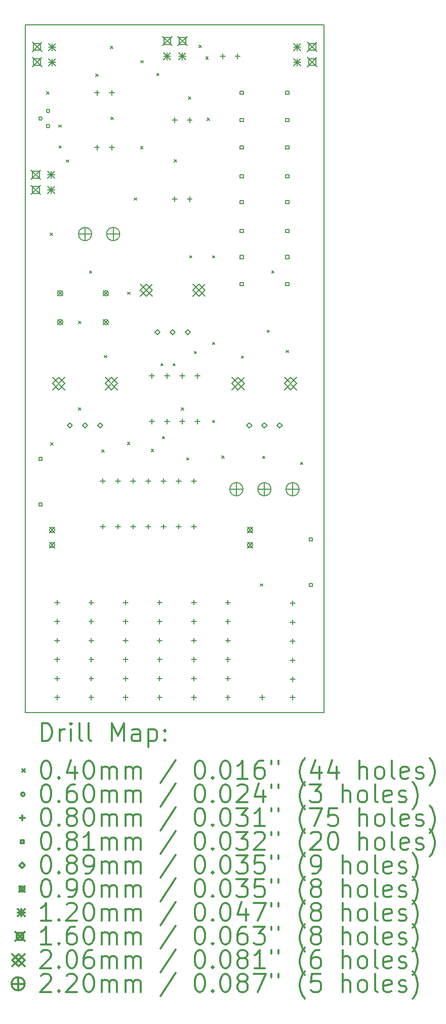
<source format=gbr>
%FSLAX45Y45*%
G04 Gerber Fmt 4.5, Leading zero omitted, Abs format (unit mm)*
G04 Created by KiCad (PCBNEW (5.0.0-rc2-dev-311-g1dd4af297)) date 05/06/18 13:38:43*
%MOMM*%
%LPD*%
G01*
G04 APERTURE LIST*
%ADD10C,0.200000*%
%ADD11C,0.300000*%
G04 APERTURE END LIST*
D10*
X17293600Y-15240000D02*
X12293600Y-15240000D01*
X17293600Y-3740000D02*
X17293600Y-15240000D01*
X12293600Y-3740000D02*
X17293600Y-3740000D01*
X12293600Y-15240000D02*
X12293600Y-3740000D01*
D10*
X12653600Y-4858000D02*
X12693600Y-4898000D01*
X12693600Y-4858000D02*
X12653600Y-4898000D01*
X12709600Y-7221000D02*
X12749600Y-7261000D01*
X12749600Y-7221000D02*
X12709600Y-7261000D01*
X12721600Y-10730000D02*
X12761600Y-10770000D01*
X12761600Y-10730000D02*
X12721600Y-10770000D01*
X12854600Y-5416000D02*
X12894600Y-5456000D01*
X12894600Y-5416000D02*
X12854600Y-5456000D01*
X12857800Y-5762000D02*
X12897800Y-5802000D01*
X12897800Y-5762000D02*
X12857800Y-5802000D01*
X12982600Y-5999000D02*
X13022600Y-6039000D01*
X13022600Y-5999000D02*
X12982600Y-6039000D01*
X13185600Y-10141000D02*
X13225600Y-10181000D01*
X13225600Y-10141000D02*
X13185600Y-10181000D01*
X13185600Y-8696000D02*
X13225600Y-8736000D01*
X13225600Y-8696000D02*
X13185600Y-8736000D01*
X13365800Y-7854000D02*
X13405800Y-7894000D01*
X13405800Y-7854000D02*
X13365800Y-7894000D01*
X13474600Y-4566000D02*
X13514600Y-4606000D01*
X13514600Y-4566000D02*
X13474600Y-4606000D01*
X13573600Y-10844000D02*
X13613600Y-10884000D01*
X13613600Y-10844000D02*
X13573600Y-10884000D01*
X13613600Y-9268000D02*
X13653600Y-9308000D01*
X13653600Y-9268000D02*
X13613600Y-9308000D01*
X13720600Y-4096000D02*
X13760600Y-4136000D01*
X13760600Y-4096000D02*
X13720600Y-4136000D01*
X13723600Y-5287000D02*
X13763600Y-5327000D01*
X13763600Y-5287000D02*
X13723600Y-5327000D01*
X14001600Y-10718000D02*
X14041600Y-10758000D01*
X14041600Y-10718000D02*
X14001600Y-10758000D01*
X14005600Y-8210000D02*
X14045600Y-8250000D01*
X14045600Y-8210000D02*
X14005600Y-8250000D01*
X14113600Y-6635000D02*
X14153600Y-6675000D01*
X14153600Y-6635000D02*
X14113600Y-6675000D01*
X14220600Y-5774000D02*
X14260600Y-5814000D01*
X14260600Y-5774000D02*
X14220600Y-5814000D01*
X14227600Y-4341000D02*
X14267600Y-4381000D01*
X14267600Y-4341000D02*
X14227600Y-4381000D01*
X14399600Y-10837000D02*
X14439600Y-10877000D01*
X14439600Y-10837000D02*
X14399600Y-10877000D01*
X14492600Y-4552000D02*
X14532600Y-4592000D01*
X14532600Y-4552000D02*
X14492600Y-4592000D01*
X14559600Y-9403400D02*
X14599600Y-9443400D01*
X14599600Y-9403400D02*
X14559600Y-9443400D01*
X14585000Y-10622600D02*
X14625000Y-10662600D01*
X14625000Y-10622600D02*
X14585000Y-10662600D01*
X14762800Y-9403400D02*
X14802800Y-9443400D01*
X14802800Y-9403400D02*
X14762800Y-9443400D01*
X14781600Y-5995000D02*
X14821600Y-6035000D01*
X14821600Y-5995000D02*
X14781600Y-6035000D01*
X14903600Y-10141000D02*
X14943600Y-10181000D01*
X14943600Y-10141000D02*
X14903600Y-10181000D01*
X14991400Y-10978200D02*
X15031400Y-11018200D01*
X15031400Y-10978200D02*
X14991400Y-11018200D01*
X15023600Y-4947000D02*
X15063600Y-4987000D01*
X15063600Y-4947000D02*
X15023600Y-4987000D01*
X15042200Y-7600000D02*
X15082200Y-7640000D01*
X15082200Y-7600000D02*
X15042200Y-7640000D01*
X15118400Y-9200200D02*
X15158400Y-9240200D01*
X15158400Y-9200200D02*
X15118400Y-9240200D01*
X15196600Y-4082000D02*
X15236600Y-4122000D01*
X15236600Y-4082000D02*
X15196600Y-4122000D01*
X15313600Y-4277000D02*
X15353600Y-4317000D01*
X15353600Y-4277000D02*
X15313600Y-4317000D01*
X15336600Y-5303000D02*
X15376600Y-5343000D01*
X15376600Y-5303000D02*
X15336600Y-5343000D01*
X15423200Y-7600000D02*
X15463200Y-7640000D01*
X15463200Y-7600000D02*
X15423200Y-7640000D01*
X15423200Y-9047800D02*
X15463200Y-9087800D01*
X15463200Y-9047800D02*
X15423200Y-9087800D01*
X15423200Y-10351000D02*
X15463200Y-10391000D01*
X15463200Y-10351000D02*
X15423200Y-10391000D01*
X15580600Y-10950000D02*
X15620600Y-10990000D01*
X15620600Y-10950000D02*
X15580600Y-10990000D01*
X15905800Y-9276400D02*
X15945800Y-9316400D01*
X15945800Y-9276400D02*
X15905800Y-9316400D01*
X16226600Y-13086400D02*
X16266600Y-13126400D01*
X16266600Y-13086400D02*
X16226600Y-13126400D01*
X16261400Y-10952800D02*
X16301400Y-10992800D01*
X16301400Y-10952800D02*
X16261400Y-10992800D01*
X16337600Y-8844600D02*
X16377600Y-8884600D01*
X16377600Y-8844600D02*
X16337600Y-8884600D01*
X16413800Y-7854000D02*
X16453800Y-7894000D01*
X16453800Y-7854000D02*
X16413800Y-7894000D01*
X16658600Y-9183000D02*
X16698600Y-9223000D01*
X16698600Y-9183000D02*
X16658600Y-9223000D01*
X16896400Y-11054400D02*
X16936400Y-11094400D01*
X16936400Y-11054400D02*
X16896400Y-11094400D01*
X12577600Y-5308600D02*
G75*
G03X12577600Y-5308600I-30000J0D01*
G01*
X12704600Y-5181600D02*
G75*
G03X12704600Y-5181600I-30000J0D01*
G01*
X12704600Y-5435600D02*
G75*
G03X12704600Y-5435600I-30000J0D01*
G01*
X15595600Y-4227200D02*
X15595600Y-4307200D01*
X15555600Y-4267200D02*
X15635600Y-4267200D01*
X15845600Y-4227200D02*
X15845600Y-4307200D01*
X15805600Y-4267200D02*
X15885600Y-4267200D01*
X14793600Y-5294000D02*
X14793600Y-5374000D01*
X14753600Y-5334000D02*
X14833600Y-5334000D01*
X15043600Y-5294000D02*
X15043600Y-5374000D01*
X15003600Y-5334000D02*
X15083600Y-5334000D01*
X13493600Y-5751200D02*
X13493600Y-5831200D01*
X13453600Y-5791200D02*
X13533600Y-5791200D01*
X13743600Y-5751200D02*
X13743600Y-5831200D01*
X13703600Y-5791200D02*
X13783600Y-5791200D01*
X13589000Y-11326500D02*
X13589000Y-11406500D01*
X13549000Y-11366500D02*
X13629000Y-11366500D01*
X13589000Y-12088500D02*
X13589000Y-12168500D01*
X13549000Y-12128500D02*
X13629000Y-12128500D01*
X13843000Y-11326500D02*
X13843000Y-11406500D01*
X13803000Y-11366500D02*
X13883000Y-11366500D01*
X13843000Y-12088500D02*
X13843000Y-12168500D01*
X13803000Y-12128500D02*
X13883000Y-12128500D01*
X13970000Y-13358500D02*
X13970000Y-13438500D01*
X13930000Y-13398500D02*
X14010000Y-13398500D01*
X14097000Y-11326500D02*
X14097000Y-11406500D01*
X14057000Y-11366500D02*
X14137000Y-11366500D01*
X14412600Y-10331000D02*
X14412600Y-10411000D01*
X14372600Y-10371000D02*
X14452600Y-10371000D01*
X13970000Y-13993500D02*
X13970000Y-14073500D01*
X13930000Y-14033500D02*
X14010000Y-14033500D01*
X13970000Y-14311000D02*
X13970000Y-14391000D01*
X13930000Y-14351000D02*
X14010000Y-14351000D01*
X13970000Y-14628500D02*
X13970000Y-14708500D01*
X13930000Y-14668500D02*
X14010000Y-14668500D01*
X14097000Y-12088500D02*
X14097000Y-12168500D01*
X14057000Y-12128500D02*
X14137000Y-12128500D01*
X14412600Y-9569000D02*
X14412600Y-9649000D01*
X14372600Y-9609000D02*
X14452600Y-9609000D01*
X12827000Y-13358500D02*
X12827000Y-13438500D01*
X12787000Y-13398500D02*
X12867000Y-13398500D01*
X14351000Y-11326500D02*
X14351000Y-11406500D01*
X14311000Y-11366500D02*
X14391000Y-11366500D01*
X14351000Y-12088500D02*
X14351000Y-12168500D01*
X14311000Y-12128500D02*
X14391000Y-12128500D01*
X14541500Y-13676000D02*
X14541500Y-13756000D01*
X14501500Y-13716000D02*
X14581500Y-13716000D01*
X14541500Y-13993500D02*
X14541500Y-14073500D01*
X14501500Y-14033500D02*
X14581500Y-14033500D01*
X14605000Y-11326500D02*
X14605000Y-11406500D01*
X14565000Y-11366500D02*
X14645000Y-11366500D01*
X14605000Y-12088500D02*
X14605000Y-12168500D01*
X14565000Y-12128500D02*
X14645000Y-12128500D01*
X15113000Y-11326500D02*
X15113000Y-11406500D01*
X15073000Y-11366500D02*
X15153000Y-11366500D01*
X15113000Y-12088500D02*
X15113000Y-12168500D01*
X15073000Y-12128500D02*
X15153000Y-12128500D01*
X15113000Y-13358500D02*
X15113000Y-13438500D01*
X15073000Y-13398500D02*
X15153000Y-13398500D01*
X15113000Y-13676000D02*
X15113000Y-13756000D01*
X15073000Y-13716000D02*
X15153000Y-13716000D01*
X15113000Y-13993500D02*
X15113000Y-14073500D01*
X15073000Y-14033500D02*
X15153000Y-14033500D01*
X15113000Y-14311000D02*
X15113000Y-14391000D01*
X15073000Y-14351000D02*
X15153000Y-14351000D01*
X15113000Y-14628500D02*
X15113000Y-14708500D01*
X15073000Y-14668500D02*
X15153000Y-14668500D01*
X15684500Y-13358500D02*
X15684500Y-13438500D01*
X15644500Y-13398500D02*
X15724500Y-13398500D01*
X15684500Y-13676000D02*
X15684500Y-13756000D01*
X15644500Y-13716000D02*
X15724500Y-13716000D01*
X15174600Y-9569000D02*
X15174600Y-9649000D01*
X15134600Y-9609000D02*
X15214600Y-9609000D01*
X15174600Y-10331000D02*
X15174600Y-10411000D01*
X15134600Y-10371000D02*
X15214600Y-10371000D01*
X16764000Y-13371200D02*
X16764000Y-13451200D01*
X16724000Y-13411200D02*
X16804000Y-13411200D01*
X16764000Y-14323700D02*
X16764000Y-14403700D01*
X16724000Y-14363700D02*
X16804000Y-14363700D01*
X12827000Y-13676000D02*
X12827000Y-13756000D01*
X12787000Y-13716000D02*
X12867000Y-13716000D01*
X12827000Y-13993500D02*
X12827000Y-14073500D01*
X12787000Y-14033500D02*
X12867000Y-14033500D01*
X12827000Y-14311000D02*
X12827000Y-14391000D01*
X12787000Y-14351000D02*
X12867000Y-14351000D01*
X12827000Y-14628500D02*
X12827000Y-14708500D01*
X12787000Y-14668500D02*
X12867000Y-14668500D01*
X13398500Y-13676000D02*
X13398500Y-13756000D01*
X13358500Y-13716000D02*
X13438500Y-13716000D01*
X13398500Y-14311000D02*
X13398500Y-14391000D01*
X13358500Y-14351000D02*
X13438500Y-14351000D01*
X16764000Y-13688700D02*
X16764000Y-13768700D01*
X16724000Y-13728700D02*
X16804000Y-13728700D01*
X16764000Y-14006200D02*
X16764000Y-14086200D01*
X16724000Y-14046200D02*
X16804000Y-14046200D01*
X12827000Y-14946000D02*
X12827000Y-15026000D01*
X12787000Y-14986000D02*
X12867000Y-14986000D01*
X13398500Y-13358500D02*
X13398500Y-13438500D01*
X13358500Y-13398500D02*
X13438500Y-13398500D01*
X13398500Y-13993500D02*
X13398500Y-14073500D01*
X13358500Y-14033500D02*
X13438500Y-14033500D01*
X16764000Y-14641200D02*
X16764000Y-14721200D01*
X16724000Y-14681200D02*
X16804000Y-14681200D01*
X14666600Y-10331000D02*
X14666600Y-10411000D01*
X14626600Y-10371000D02*
X14706600Y-10371000D01*
X13398500Y-14946000D02*
X13398500Y-15026000D01*
X13358500Y-14986000D02*
X13438500Y-14986000D01*
X13970000Y-14946000D02*
X13970000Y-15026000D01*
X13930000Y-14986000D02*
X14010000Y-14986000D01*
X14541500Y-14628500D02*
X14541500Y-14708500D01*
X14501500Y-14668500D02*
X14581500Y-14668500D01*
X14541500Y-14946000D02*
X14541500Y-15026000D01*
X14501500Y-14986000D02*
X14581500Y-14986000D01*
X15113000Y-14946000D02*
X15113000Y-15026000D01*
X15073000Y-14986000D02*
X15153000Y-14986000D01*
X14920600Y-9569000D02*
X14920600Y-9649000D01*
X14880600Y-9609000D02*
X14960600Y-9609000D01*
X14920600Y-10331000D02*
X14920600Y-10411000D01*
X14880600Y-10371000D02*
X14960600Y-10371000D01*
X14859000Y-11326500D02*
X14859000Y-11406500D01*
X14819000Y-11366500D02*
X14899000Y-11366500D01*
X14859000Y-12088500D02*
X14859000Y-12168500D01*
X14819000Y-12128500D02*
X14899000Y-12128500D01*
X14666600Y-9569000D02*
X14666600Y-9649000D01*
X14626600Y-9609000D02*
X14706600Y-9609000D01*
X13398500Y-14628500D02*
X13398500Y-14708500D01*
X13358500Y-14668500D02*
X13438500Y-14668500D01*
X13970000Y-13676000D02*
X13970000Y-13756000D01*
X13930000Y-13716000D02*
X14010000Y-13716000D01*
X14541500Y-13358500D02*
X14541500Y-13438500D01*
X14501500Y-13398500D02*
X14581500Y-13398500D01*
X14541500Y-14311000D02*
X14541500Y-14391000D01*
X14501500Y-14351000D02*
X14581500Y-14351000D01*
X15684500Y-13993500D02*
X15684500Y-14073500D01*
X15644500Y-14033500D02*
X15724500Y-14033500D01*
X15684500Y-14311000D02*
X15684500Y-14391000D01*
X15644500Y-14351000D02*
X15724500Y-14351000D01*
X15684500Y-14628500D02*
X15684500Y-14708500D01*
X15644500Y-14668500D02*
X15724500Y-14668500D01*
X15684500Y-14946000D02*
X15684500Y-15026000D01*
X15644500Y-14986000D02*
X15724500Y-14986000D01*
X16256000Y-14946000D02*
X16256000Y-15026000D01*
X16216000Y-14986000D02*
X16296000Y-14986000D01*
X16764000Y-14946000D02*
X16764000Y-15026000D01*
X16724000Y-14986000D02*
X16804000Y-14986000D01*
X13743600Y-4836800D02*
X13743600Y-4916800D01*
X13703600Y-4876800D02*
X13783600Y-4876800D01*
X14793600Y-6614800D02*
X14793600Y-6694800D01*
X14753600Y-6654800D02*
X14833600Y-6654800D01*
X15043600Y-6614800D02*
X15043600Y-6694800D01*
X15003600Y-6654800D02*
X15083600Y-6654800D01*
X13493600Y-4836800D02*
X13493600Y-4916800D01*
X13453600Y-4876800D02*
X13533600Y-4876800D01*
X16703337Y-6734337D02*
X16703337Y-6676863D01*
X16645863Y-6676863D01*
X16645863Y-6734337D01*
X16703337Y-6734337D01*
X15941337Y-5819937D02*
X15941337Y-5762463D01*
X15883863Y-5762463D01*
X15883863Y-5819937D01*
X15941337Y-5819937D01*
X16703337Y-5819937D02*
X16703337Y-5762463D01*
X16645863Y-5762463D01*
X16645863Y-5819937D01*
X16703337Y-5819937D01*
X15941337Y-6734337D02*
X15941337Y-6676863D01*
X15883863Y-6676863D01*
X15883863Y-6734337D01*
X15941337Y-6734337D01*
X15941337Y-7216937D02*
X15941337Y-7159463D01*
X15883863Y-7159463D01*
X15883863Y-7216937D01*
X15941337Y-7216937D01*
X16703337Y-7216937D02*
X16703337Y-7159463D01*
X16645863Y-7159463D01*
X16645863Y-7216937D01*
X16703337Y-7216937D01*
X17097537Y-12373137D02*
X17097537Y-12315663D01*
X17040063Y-12315663D01*
X17040063Y-12373137D01*
X17097537Y-12373137D01*
X17097537Y-13135137D02*
X17097537Y-13077663D01*
X17040063Y-13077663D01*
X17040063Y-13135137D01*
X17097537Y-13135137D01*
X12576337Y-11026937D02*
X12576337Y-10969463D01*
X12518863Y-10969463D01*
X12518863Y-11026937D01*
X12576337Y-11026937D01*
X12576337Y-11788937D02*
X12576337Y-11731463D01*
X12518863Y-11731463D01*
X12518863Y-11788937D01*
X12576337Y-11788937D01*
X15941337Y-8105937D02*
X15941337Y-8048463D01*
X15883863Y-8048463D01*
X15883863Y-8105937D01*
X15941337Y-8105937D01*
X16703337Y-8105937D02*
X16703337Y-8048463D01*
X16645863Y-8048463D01*
X16645863Y-8105937D01*
X16703337Y-8105937D01*
X15941337Y-5362737D02*
X15941337Y-5305263D01*
X15883863Y-5305263D01*
X15883863Y-5362737D01*
X15941337Y-5362737D01*
X16703337Y-5362737D02*
X16703337Y-5305263D01*
X16645863Y-5305263D01*
X16645863Y-5362737D01*
X16703337Y-5362737D01*
X15941337Y-7653737D02*
X15941337Y-7596263D01*
X15883863Y-7596263D01*
X15883863Y-7653737D01*
X15941337Y-7653737D01*
X16703337Y-7653737D02*
X16703337Y-7596263D01*
X16645863Y-7596263D01*
X16645863Y-7653737D01*
X16703337Y-7653737D01*
X15941337Y-4905537D02*
X15941337Y-4848063D01*
X15883863Y-4848063D01*
X15883863Y-4905537D01*
X15941337Y-4905537D01*
X16703337Y-4905537D02*
X16703337Y-4848063D01*
X16645863Y-4848063D01*
X16645863Y-4905537D01*
X16703337Y-4905537D01*
X15941337Y-6302537D02*
X15941337Y-6245063D01*
X15883863Y-6245063D01*
X15883863Y-6302537D01*
X15941337Y-6302537D01*
X16703337Y-6302537D02*
X16703337Y-6245063D01*
X16645863Y-6245063D01*
X16645863Y-6302537D01*
X16703337Y-6302537D01*
X14503416Y-8924474D02*
X14547866Y-8880024D01*
X14503416Y-8835574D01*
X14458966Y-8880024D01*
X14503416Y-8924474D01*
X14757416Y-8924474D02*
X14801866Y-8880024D01*
X14757416Y-8835574D01*
X14712966Y-8880024D01*
X14757416Y-8924474D01*
X16039616Y-10485674D02*
X16084066Y-10441224D01*
X16039616Y-10396774D01*
X15995166Y-10441224D01*
X16039616Y-10485674D01*
X16293616Y-10485674D02*
X16338066Y-10441224D01*
X16293616Y-10396774D01*
X16249166Y-10441224D01*
X16293616Y-10485674D01*
X16547616Y-10485674D02*
X16592066Y-10441224D01*
X16547616Y-10396774D01*
X16503166Y-10441224D01*
X16547616Y-10485674D01*
X15011416Y-8924474D02*
X15055866Y-8880024D01*
X15011416Y-8835574D01*
X14966966Y-8880024D01*
X15011416Y-8924474D01*
X13039616Y-10485674D02*
X13084066Y-10441224D01*
X13039616Y-10396774D01*
X12995166Y-10441224D01*
X13039616Y-10485674D01*
X13293616Y-10485674D02*
X13338066Y-10441224D01*
X13293616Y-10396774D01*
X13249166Y-10441224D01*
X13293616Y-10485674D01*
X13547616Y-10485674D02*
X13592066Y-10441224D01*
X13547616Y-10396774D01*
X13503166Y-10441224D01*
X13547616Y-10485674D01*
X12698600Y-12141000D02*
X12788600Y-12231000D01*
X12788600Y-12141000D02*
X12698600Y-12231000D01*
X12788600Y-12186000D02*
G75*
G03X12788600Y-12186000I-45000J0D01*
G01*
X12698600Y-12395000D02*
X12788600Y-12485000D01*
X12788600Y-12395000D02*
X12698600Y-12485000D01*
X12788600Y-12440000D02*
G75*
G03X12788600Y-12440000I-45000J0D01*
G01*
X12832800Y-8184600D02*
X12922800Y-8274600D01*
X12922800Y-8184600D02*
X12832800Y-8274600D01*
X12922800Y-8229600D02*
G75*
G03X12922800Y-8229600I-45000J0D01*
G01*
X13594800Y-8184600D02*
X13684800Y-8274600D01*
X13684800Y-8184600D02*
X13594800Y-8274600D01*
X13684800Y-8229600D02*
G75*
G03X13684800Y-8229600I-45000J0D01*
G01*
X12832800Y-8667200D02*
X12922800Y-8757200D01*
X12922800Y-8667200D02*
X12832800Y-8757200D01*
X12922800Y-8712200D02*
G75*
G03X12922800Y-8712200I-45000J0D01*
G01*
X13594800Y-8667200D02*
X13684800Y-8757200D01*
X13684800Y-8667200D02*
X13594800Y-8757200D01*
X13684800Y-8712200D02*
G75*
G03X13684800Y-8712200I-45000J0D01*
G01*
X16007800Y-12141000D02*
X16097800Y-12231000D01*
X16097800Y-12141000D02*
X16007800Y-12231000D01*
X16097800Y-12186000D02*
G75*
G03X16097800Y-12186000I-45000J0D01*
G01*
X16007800Y-12395000D02*
X16097800Y-12485000D01*
X16097800Y-12395000D02*
X16007800Y-12485000D01*
X16097800Y-12440000D02*
G75*
G03X16097800Y-12440000I-45000J0D01*
G01*
X14606600Y-4207000D02*
X14726600Y-4327000D01*
X14726600Y-4207000D02*
X14606600Y-4327000D01*
X14666600Y-4207000D02*
X14666600Y-4327000D01*
X14606600Y-4267000D02*
X14726600Y-4267000D01*
X14860600Y-4207000D02*
X14980600Y-4327000D01*
X14980600Y-4207000D02*
X14860600Y-4327000D01*
X14920600Y-4207000D02*
X14920600Y-4327000D01*
X14860600Y-4267000D02*
X14980600Y-4267000D01*
X16780200Y-4053000D02*
X16900200Y-4173000D01*
X16900200Y-4053000D02*
X16780200Y-4173000D01*
X16840200Y-4053000D02*
X16840200Y-4173000D01*
X16780200Y-4113000D02*
X16900200Y-4113000D01*
X12665400Y-6188400D02*
X12785400Y-6308400D01*
X12785400Y-6188400D02*
X12665400Y-6308400D01*
X12725400Y-6188400D02*
X12725400Y-6308400D01*
X12665400Y-6248400D02*
X12785400Y-6248400D01*
X12665400Y-6442400D02*
X12785400Y-6562400D01*
X12785400Y-6442400D02*
X12665400Y-6562400D01*
X12725400Y-6442400D02*
X12725400Y-6562400D01*
X12665400Y-6502400D02*
X12785400Y-6502400D01*
X16780200Y-4307000D02*
X16900200Y-4427000D01*
X16900200Y-4307000D02*
X16780200Y-4427000D01*
X16840200Y-4307000D02*
X16840200Y-4427000D01*
X16780200Y-4367000D02*
X16900200Y-4367000D01*
X12683600Y-4053000D02*
X12803600Y-4173000D01*
X12803600Y-4053000D02*
X12683600Y-4173000D01*
X12743600Y-4053000D02*
X12743600Y-4173000D01*
X12683600Y-4113000D02*
X12803600Y-4113000D01*
X12683600Y-4307000D02*
X12803600Y-4427000D01*
X12803600Y-4307000D02*
X12683600Y-4427000D01*
X12743600Y-4307000D02*
X12743600Y-4427000D01*
X12683600Y-4367000D02*
X12803600Y-4367000D01*
X14586600Y-3933000D02*
X14746600Y-4093000D01*
X14746600Y-3933000D02*
X14586600Y-4093000D01*
X14723169Y-4069569D02*
X14723169Y-3956431D01*
X14610031Y-3956431D01*
X14610031Y-4069569D01*
X14723169Y-4069569D01*
X14840600Y-3933000D02*
X15000600Y-4093000D01*
X15000600Y-3933000D02*
X14840600Y-4093000D01*
X14977169Y-4069569D02*
X14977169Y-3956431D01*
X14864031Y-3956431D01*
X14864031Y-4069569D01*
X14977169Y-4069569D01*
X12391400Y-6168400D02*
X12551400Y-6328400D01*
X12551400Y-6168400D02*
X12391400Y-6328400D01*
X12527969Y-6304969D02*
X12527969Y-6191831D01*
X12414831Y-6191831D01*
X12414831Y-6304969D01*
X12527969Y-6304969D01*
X12391400Y-6422400D02*
X12551400Y-6582400D01*
X12551400Y-6422400D02*
X12391400Y-6582400D01*
X12527969Y-6558969D02*
X12527969Y-6445831D01*
X12414831Y-6445831D01*
X12414831Y-6558969D01*
X12527969Y-6558969D01*
X17014200Y-4033000D02*
X17174200Y-4193000D01*
X17174200Y-4033000D02*
X17014200Y-4193000D01*
X17150769Y-4169569D02*
X17150769Y-4056431D01*
X17037631Y-4056431D01*
X17037631Y-4169569D01*
X17150769Y-4169569D01*
X17014200Y-4287000D02*
X17174200Y-4447000D01*
X17174200Y-4287000D02*
X17014200Y-4447000D01*
X17150769Y-4423569D02*
X17150769Y-4310431D01*
X17037631Y-4310431D01*
X17037631Y-4423569D01*
X17150769Y-4423569D01*
X12409600Y-4033000D02*
X12569600Y-4193000D01*
X12569600Y-4033000D02*
X12409600Y-4193000D01*
X12546169Y-4169569D02*
X12546169Y-4056431D01*
X12433031Y-4056431D01*
X12433031Y-4169569D01*
X12546169Y-4169569D01*
X12409600Y-4287000D02*
X12569600Y-4447000D01*
X12569600Y-4287000D02*
X12409600Y-4447000D01*
X12546169Y-4423569D02*
X12546169Y-4310431D01*
X12433031Y-4310431D01*
X12433031Y-4423569D01*
X12546169Y-4423569D01*
X12751326Y-9637314D02*
X12957066Y-9843054D01*
X12957066Y-9637314D02*
X12751326Y-9843054D01*
X12854196Y-9843054D02*
X12957066Y-9740184D01*
X12854196Y-9637314D01*
X12751326Y-9740184D01*
X12854196Y-9843054D01*
X13630166Y-9637314D02*
X13835906Y-9843054D01*
X13835906Y-9637314D02*
X13630166Y-9843054D01*
X13733036Y-9843054D02*
X13835906Y-9740184D01*
X13733036Y-9637314D01*
X13630166Y-9740184D01*
X13733036Y-9843054D01*
X14215126Y-8076114D02*
X14420866Y-8281854D01*
X14420866Y-8076114D02*
X14215126Y-8281854D01*
X14317996Y-8281854D02*
X14420866Y-8178984D01*
X14317996Y-8076114D01*
X14215126Y-8178984D01*
X14317996Y-8281854D01*
X15093966Y-8076114D02*
X15299706Y-8281854D01*
X15299706Y-8076114D02*
X15093966Y-8281854D01*
X15196836Y-8281854D02*
X15299706Y-8178984D01*
X15196836Y-8076114D01*
X15093966Y-8178984D01*
X15196836Y-8281854D01*
X15751326Y-9637314D02*
X15957066Y-9843054D01*
X15957066Y-9637314D02*
X15751326Y-9843054D01*
X15854196Y-9843054D02*
X15957066Y-9740184D01*
X15854196Y-9637314D01*
X15751326Y-9740184D01*
X15854196Y-9843054D01*
X16630166Y-9637314D02*
X16835906Y-9843054D01*
X16835906Y-9637314D02*
X16630166Y-9843054D01*
X16733036Y-9843054D02*
X16835906Y-9740184D01*
X16733036Y-9637314D01*
X16630166Y-9740184D01*
X16733036Y-9843054D01*
X13293600Y-7130000D02*
X13293600Y-7350000D01*
X13183600Y-7240000D02*
X13403600Y-7240000D01*
X13403600Y-7240000D02*
G75*
G03X13403600Y-7240000I-110000J0D01*
G01*
X13763600Y-7130000D02*
X13763600Y-7350000D01*
X13653600Y-7240000D02*
X13873600Y-7240000D01*
X13873600Y-7240000D02*
G75*
G03X13873600Y-7240000I-110000J0D01*
G01*
X15823600Y-11396200D02*
X15823600Y-11616200D01*
X15713600Y-11506200D02*
X15933600Y-11506200D01*
X15933600Y-11506200D02*
G75*
G03X15933600Y-11506200I-110000J0D01*
G01*
X16293600Y-11396200D02*
X16293600Y-11616200D01*
X16183600Y-11506200D02*
X16403600Y-11506200D01*
X16403600Y-11506200D02*
G75*
G03X16403600Y-11506200I-110000J0D01*
G01*
X16763600Y-11396200D02*
X16763600Y-11616200D01*
X16653600Y-11506200D02*
X16873600Y-11506200D01*
X16873600Y-11506200D02*
G75*
G03X16873600Y-11506200I-110000J0D01*
G01*
D11*
X12570028Y-15715714D02*
X12570028Y-15415714D01*
X12641457Y-15415714D01*
X12684314Y-15430000D01*
X12712886Y-15458571D01*
X12727171Y-15487143D01*
X12741457Y-15544286D01*
X12741457Y-15587143D01*
X12727171Y-15644286D01*
X12712886Y-15672857D01*
X12684314Y-15701429D01*
X12641457Y-15715714D01*
X12570028Y-15715714D01*
X12870028Y-15715714D02*
X12870028Y-15515714D01*
X12870028Y-15572857D02*
X12884314Y-15544286D01*
X12898600Y-15530000D01*
X12927171Y-15515714D01*
X12955743Y-15515714D01*
X13055743Y-15715714D02*
X13055743Y-15515714D01*
X13055743Y-15415714D02*
X13041457Y-15430000D01*
X13055743Y-15444286D01*
X13070028Y-15430000D01*
X13055743Y-15415714D01*
X13055743Y-15444286D01*
X13241457Y-15715714D02*
X13212886Y-15701429D01*
X13198600Y-15672857D01*
X13198600Y-15415714D01*
X13398600Y-15715714D02*
X13370028Y-15701429D01*
X13355743Y-15672857D01*
X13355743Y-15415714D01*
X13741457Y-15715714D02*
X13741457Y-15415714D01*
X13841457Y-15630000D01*
X13941457Y-15415714D01*
X13941457Y-15715714D01*
X14212886Y-15715714D02*
X14212886Y-15558571D01*
X14198600Y-15530000D01*
X14170028Y-15515714D01*
X14112886Y-15515714D01*
X14084314Y-15530000D01*
X14212886Y-15701429D02*
X14184314Y-15715714D01*
X14112886Y-15715714D01*
X14084314Y-15701429D01*
X14070028Y-15672857D01*
X14070028Y-15644286D01*
X14084314Y-15615714D01*
X14112886Y-15601429D01*
X14184314Y-15601429D01*
X14212886Y-15587143D01*
X14355743Y-15515714D02*
X14355743Y-15815714D01*
X14355743Y-15530000D02*
X14384314Y-15515714D01*
X14441457Y-15515714D01*
X14470028Y-15530000D01*
X14484314Y-15544286D01*
X14498600Y-15572857D01*
X14498600Y-15658571D01*
X14484314Y-15687143D01*
X14470028Y-15701429D01*
X14441457Y-15715714D01*
X14384314Y-15715714D01*
X14355743Y-15701429D01*
X14627171Y-15687143D02*
X14641457Y-15701429D01*
X14627171Y-15715714D01*
X14612886Y-15701429D01*
X14627171Y-15687143D01*
X14627171Y-15715714D01*
X14627171Y-15530000D02*
X14641457Y-15544286D01*
X14627171Y-15558571D01*
X14612886Y-15544286D01*
X14627171Y-15530000D01*
X14627171Y-15558571D01*
X12243600Y-16190000D02*
X12283600Y-16230000D01*
X12283600Y-16190000D02*
X12243600Y-16230000D01*
X12627171Y-16045714D02*
X12655743Y-16045714D01*
X12684314Y-16060000D01*
X12698600Y-16074286D01*
X12712886Y-16102857D01*
X12727171Y-16160000D01*
X12727171Y-16231429D01*
X12712886Y-16288571D01*
X12698600Y-16317143D01*
X12684314Y-16331429D01*
X12655743Y-16345714D01*
X12627171Y-16345714D01*
X12598600Y-16331429D01*
X12584314Y-16317143D01*
X12570028Y-16288571D01*
X12555743Y-16231429D01*
X12555743Y-16160000D01*
X12570028Y-16102857D01*
X12584314Y-16074286D01*
X12598600Y-16060000D01*
X12627171Y-16045714D01*
X12855743Y-16317143D02*
X12870028Y-16331429D01*
X12855743Y-16345714D01*
X12841457Y-16331429D01*
X12855743Y-16317143D01*
X12855743Y-16345714D01*
X13127171Y-16145714D02*
X13127171Y-16345714D01*
X13055743Y-16031429D02*
X12984314Y-16245714D01*
X13170028Y-16245714D01*
X13341457Y-16045714D02*
X13370028Y-16045714D01*
X13398600Y-16060000D01*
X13412886Y-16074286D01*
X13427171Y-16102857D01*
X13441457Y-16160000D01*
X13441457Y-16231429D01*
X13427171Y-16288571D01*
X13412886Y-16317143D01*
X13398600Y-16331429D01*
X13370028Y-16345714D01*
X13341457Y-16345714D01*
X13312886Y-16331429D01*
X13298600Y-16317143D01*
X13284314Y-16288571D01*
X13270028Y-16231429D01*
X13270028Y-16160000D01*
X13284314Y-16102857D01*
X13298600Y-16074286D01*
X13312886Y-16060000D01*
X13341457Y-16045714D01*
X13570028Y-16345714D02*
X13570028Y-16145714D01*
X13570028Y-16174286D02*
X13584314Y-16160000D01*
X13612886Y-16145714D01*
X13655743Y-16145714D01*
X13684314Y-16160000D01*
X13698600Y-16188571D01*
X13698600Y-16345714D01*
X13698600Y-16188571D02*
X13712886Y-16160000D01*
X13741457Y-16145714D01*
X13784314Y-16145714D01*
X13812886Y-16160000D01*
X13827171Y-16188571D01*
X13827171Y-16345714D01*
X13970028Y-16345714D02*
X13970028Y-16145714D01*
X13970028Y-16174286D02*
X13984314Y-16160000D01*
X14012886Y-16145714D01*
X14055743Y-16145714D01*
X14084314Y-16160000D01*
X14098600Y-16188571D01*
X14098600Y-16345714D01*
X14098600Y-16188571D02*
X14112886Y-16160000D01*
X14141457Y-16145714D01*
X14184314Y-16145714D01*
X14212886Y-16160000D01*
X14227171Y-16188571D01*
X14227171Y-16345714D01*
X14812886Y-16031429D02*
X14555743Y-16417143D01*
X15198600Y-16045714D02*
X15227171Y-16045714D01*
X15255743Y-16060000D01*
X15270028Y-16074286D01*
X15284314Y-16102857D01*
X15298600Y-16160000D01*
X15298600Y-16231429D01*
X15284314Y-16288571D01*
X15270028Y-16317143D01*
X15255743Y-16331429D01*
X15227171Y-16345714D01*
X15198600Y-16345714D01*
X15170028Y-16331429D01*
X15155743Y-16317143D01*
X15141457Y-16288571D01*
X15127171Y-16231429D01*
X15127171Y-16160000D01*
X15141457Y-16102857D01*
X15155743Y-16074286D01*
X15170028Y-16060000D01*
X15198600Y-16045714D01*
X15427171Y-16317143D02*
X15441457Y-16331429D01*
X15427171Y-16345714D01*
X15412886Y-16331429D01*
X15427171Y-16317143D01*
X15427171Y-16345714D01*
X15627171Y-16045714D02*
X15655743Y-16045714D01*
X15684314Y-16060000D01*
X15698600Y-16074286D01*
X15712886Y-16102857D01*
X15727171Y-16160000D01*
X15727171Y-16231429D01*
X15712886Y-16288571D01*
X15698600Y-16317143D01*
X15684314Y-16331429D01*
X15655743Y-16345714D01*
X15627171Y-16345714D01*
X15598600Y-16331429D01*
X15584314Y-16317143D01*
X15570028Y-16288571D01*
X15555743Y-16231429D01*
X15555743Y-16160000D01*
X15570028Y-16102857D01*
X15584314Y-16074286D01*
X15598600Y-16060000D01*
X15627171Y-16045714D01*
X16012886Y-16345714D02*
X15841457Y-16345714D01*
X15927171Y-16345714D02*
X15927171Y-16045714D01*
X15898600Y-16088571D01*
X15870028Y-16117143D01*
X15841457Y-16131429D01*
X16270028Y-16045714D02*
X16212886Y-16045714D01*
X16184314Y-16060000D01*
X16170028Y-16074286D01*
X16141457Y-16117143D01*
X16127171Y-16174286D01*
X16127171Y-16288571D01*
X16141457Y-16317143D01*
X16155743Y-16331429D01*
X16184314Y-16345714D01*
X16241457Y-16345714D01*
X16270028Y-16331429D01*
X16284314Y-16317143D01*
X16298600Y-16288571D01*
X16298600Y-16217143D01*
X16284314Y-16188571D01*
X16270028Y-16174286D01*
X16241457Y-16160000D01*
X16184314Y-16160000D01*
X16155743Y-16174286D01*
X16141457Y-16188571D01*
X16127171Y-16217143D01*
X16412886Y-16045714D02*
X16412886Y-16102857D01*
X16527171Y-16045714D02*
X16527171Y-16102857D01*
X16970028Y-16460000D02*
X16955743Y-16445714D01*
X16927171Y-16402857D01*
X16912886Y-16374286D01*
X16898600Y-16331429D01*
X16884314Y-16260000D01*
X16884314Y-16202857D01*
X16898600Y-16131429D01*
X16912886Y-16088571D01*
X16927171Y-16060000D01*
X16955743Y-16017143D01*
X16970028Y-16002857D01*
X17212886Y-16145714D02*
X17212886Y-16345714D01*
X17141457Y-16031429D02*
X17070028Y-16245714D01*
X17255743Y-16245714D01*
X17498600Y-16145714D02*
X17498600Y-16345714D01*
X17427171Y-16031429D02*
X17355743Y-16245714D01*
X17541457Y-16245714D01*
X17884314Y-16345714D02*
X17884314Y-16045714D01*
X18012886Y-16345714D02*
X18012886Y-16188571D01*
X17998600Y-16160000D01*
X17970028Y-16145714D01*
X17927171Y-16145714D01*
X17898600Y-16160000D01*
X17884314Y-16174286D01*
X18198600Y-16345714D02*
X18170028Y-16331429D01*
X18155743Y-16317143D01*
X18141457Y-16288571D01*
X18141457Y-16202857D01*
X18155743Y-16174286D01*
X18170028Y-16160000D01*
X18198600Y-16145714D01*
X18241457Y-16145714D01*
X18270028Y-16160000D01*
X18284314Y-16174286D01*
X18298600Y-16202857D01*
X18298600Y-16288571D01*
X18284314Y-16317143D01*
X18270028Y-16331429D01*
X18241457Y-16345714D01*
X18198600Y-16345714D01*
X18470028Y-16345714D02*
X18441457Y-16331429D01*
X18427171Y-16302857D01*
X18427171Y-16045714D01*
X18698600Y-16331429D02*
X18670028Y-16345714D01*
X18612886Y-16345714D01*
X18584314Y-16331429D01*
X18570028Y-16302857D01*
X18570028Y-16188571D01*
X18584314Y-16160000D01*
X18612886Y-16145714D01*
X18670028Y-16145714D01*
X18698600Y-16160000D01*
X18712886Y-16188571D01*
X18712886Y-16217143D01*
X18570028Y-16245714D01*
X18827171Y-16331429D02*
X18855743Y-16345714D01*
X18912886Y-16345714D01*
X18941457Y-16331429D01*
X18955743Y-16302857D01*
X18955743Y-16288571D01*
X18941457Y-16260000D01*
X18912886Y-16245714D01*
X18870028Y-16245714D01*
X18841457Y-16231429D01*
X18827171Y-16202857D01*
X18827171Y-16188571D01*
X18841457Y-16160000D01*
X18870028Y-16145714D01*
X18912886Y-16145714D01*
X18941457Y-16160000D01*
X19055743Y-16460000D02*
X19070028Y-16445714D01*
X19098600Y-16402857D01*
X19112886Y-16374286D01*
X19127171Y-16331429D01*
X19141457Y-16260000D01*
X19141457Y-16202857D01*
X19127171Y-16131429D01*
X19112886Y-16088571D01*
X19098600Y-16060000D01*
X19070028Y-16017143D01*
X19055743Y-16002857D01*
X12283600Y-16606000D02*
G75*
G03X12283600Y-16606000I-30000J0D01*
G01*
X12627171Y-16441714D02*
X12655743Y-16441714D01*
X12684314Y-16456000D01*
X12698600Y-16470286D01*
X12712886Y-16498857D01*
X12727171Y-16556000D01*
X12727171Y-16627429D01*
X12712886Y-16684571D01*
X12698600Y-16713143D01*
X12684314Y-16727429D01*
X12655743Y-16741714D01*
X12627171Y-16741714D01*
X12598600Y-16727429D01*
X12584314Y-16713143D01*
X12570028Y-16684571D01*
X12555743Y-16627429D01*
X12555743Y-16556000D01*
X12570028Y-16498857D01*
X12584314Y-16470286D01*
X12598600Y-16456000D01*
X12627171Y-16441714D01*
X12855743Y-16713143D02*
X12870028Y-16727429D01*
X12855743Y-16741714D01*
X12841457Y-16727429D01*
X12855743Y-16713143D01*
X12855743Y-16741714D01*
X13127171Y-16441714D02*
X13070028Y-16441714D01*
X13041457Y-16456000D01*
X13027171Y-16470286D01*
X12998600Y-16513143D01*
X12984314Y-16570286D01*
X12984314Y-16684571D01*
X12998600Y-16713143D01*
X13012886Y-16727429D01*
X13041457Y-16741714D01*
X13098600Y-16741714D01*
X13127171Y-16727429D01*
X13141457Y-16713143D01*
X13155743Y-16684571D01*
X13155743Y-16613143D01*
X13141457Y-16584571D01*
X13127171Y-16570286D01*
X13098600Y-16556000D01*
X13041457Y-16556000D01*
X13012886Y-16570286D01*
X12998600Y-16584571D01*
X12984314Y-16613143D01*
X13341457Y-16441714D02*
X13370028Y-16441714D01*
X13398600Y-16456000D01*
X13412886Y-16470286D01*
X13427171Y-16498857D01*
X13441457Y-16556000D01*
X13441457Y-16627429D01*
X13427171Y-16684571D01*
X13412886Y-16713143D01*
X13398600Y-16727429D01*
X13370028Y-16741714D01*
X13341457Y-16741714D01*
X13312886Y-16727429D01*
X13298600Y-16713143D01*
X13284314Y-16684571D01*
X13270028Y-16627429D01*
X13270028Y-16556000D01*
X13284314Y-16498857D01*
X13298600Y-16470286D01*
X13312886Y-16456000D01*
X13341457Y-16441714D01*
X13570028Y-16741714D02*
X13570028Y-16541714D01*
X13570028Y-16570286D02*
X13584314Y-16556000D01*
X13612886Y-16541714D01*
X13655743Y-16541714D01*
X13684314Y-16556000D01*
X13698600Y-16584571D01*
X13698600Y-16741714D01*
X13698600Y-16584571D02*
X13712886Y-16556000D01*
X13741457Y-16541714D01*
X13784314Y-16541714D01*
X13812886Y-16556000D01*
X13827171Y-16584571D01*
X13827171Y-16741714D01*
X13970028Y-16741714D02*
X13970028Y-16541714D01*
X13970028Y-16570286D02*
X13984314Y-16556000D01*
X14012886Y-16541714D01*
X14055743Y-16541714D01*
X14084314Y-16556000D01*
X14098600Y-16584571D01*
X14098600Y-16741714D01*
X14098600Y-16584571D02*
X14112886Y-16556000D01*
X14141457Y-16541714D01*
X14184314Y-16541714D01*
X14212886Y-16556000D01*
X14227171Y-16584571D01*
X14227171Y-16741714D01*
X14812886Y-16427429D02*
X14555743Y-16813143D01*
X15198600Y-16441714D02*
X15227171Y-16441714D01*
X15255743Y-16456000D01*
X15270028Y-16470286D01*
X15284314Y-16498857D01*
X15298600Y-16556000D01*
X15298600Y-16627429D01*
X15284314Y-16684571D01*
X15270028Y-16713143D01*
X15255743Y-16727429D01*
X15227171Y-16741714D01*
X15198600Y-16741714D01*
X15170028Y-16727429D01*
X15155743Y-16713143D01*
X15141457Y-16684571D01*
X15127171Y-16627429D01*
X15127171Y-16556000D01*
X15141457Y-16498857D01*
X15155743Y-16470286D01*
X15170028Y-16456000D01*
X15198600Y-16441714D01*
X15427171Y-16713143D02*
X15441457Y-16727429D01*
X15427171Y-16741714D01*
X15412886Y-16727429D01*
X15427171Y-16713143D01*
X15427171Y-16741714D01*
X15627171Y-16441714D02*
X15655743Y-16441714D01*
X15684314Y-16456000D01*
X15698600Y-16470286D01*
X15712886Y-16498857D01*
X15727171Y-16556000D01*
X15727171Y-16627429D01*
X15712886Y-16684571D01*
X15698600Y-16713143D01*
X15684314Y-16727429D01*
X15655743Y-16741714D01*
X15627171Y-16741714D01*
X15598600Y-16727429D01*
X15584314Y-16713143D01*
X15570028Y-16684571D01*
X15555743Y-16627429D01*
X15555743Y-16556000D01*
X15570028Y-16498857D01*
X15584314Y-16470286D01*
X15598600Y-16456000D01*
X15627171Y-16441714D01*
X15841457Y-16470286D02*
X15855743Y-16456000D01*
X15884314Y-16441714D01*
X15955743Y-16441714D01*
X15984314Y-16456000D01*
X15998600Y-16470286D01*
X16012886Y-16498857D01*
X16012886Y-16527429D01*
X15998600Y-16570286D01*
X15827171Y-16741714D01*
X16012886Y-16741714D01*
X16270028Y-16541714D02*
X16270028Y-16741714D01*
X16198600Y-16427429D02*
X16127171Y-16641714D01*
X16312886Y-16641714D01*
X16412886Y-16441714D02*
X16412886Y-16498857D01*
X16527171Y-16441714D02*
X16527171Y-16498857D01*
X16970028Y-16856000D02*
X16955743Y-16841714D01*
X16927171Y-16798857D01*
X16912886Y-16770286D01*
X16898600Y-16727429D01*
X16884314Y-16656000D01*
X16884314Y-16598857D01*
X16898600Y-16527429D01*
X16912886Y-16484571D01*
X16927171Y-16456000D01*
X16955743Y-16413143D01*
X16970028Y-16398857D01*
X17055743Y-16441714D02*
X17241457Y-16441714D01*
X17141457Y-16556000D01*
X17184314Y-16556000D01*
X17212886Y-16570286D01*
X17227171Y-16584571D01*
X17241457Y-16613143D01*
X17241457Y-16684571D01*
X17227171Y-16713143D01*
X17212886Y-16727429D01*
X17184314Y-16741714D01*
X17098600Y-16741714D01*
X17070028Y-16727429D01*
X17055743Y-16713143D01*
X17598600Y-16741714D02*
X17598600Y-16441714D01*
X17727171Y-16741714D02*
X17727171Y-16584571D01*
X17712886Y-16556000D01*
X17684314Y-16541714D01*
X17641457Y-16541714D01*
X17612886Y-16556000D01*
X17598600Y-16570286D01*
X17912886Y-16741714D02*
X17884314Y-16727429D01*
X17870028Y-16713143D01*
X17855743Y-16684571D01*
X17855743Y-16598857D01*
X17870028Y-16570286D01*
X17884314Y-16556000D01*
X17912886Y-16541714D01*
X17955743Y-16541714D01*
X17984314Y-16556000D01*
X17998600Y-16570286D01*
X18012886Y-16598857D01*
X18012886Y-16684571D01*
X17998600Y-16713143D01*
X17984314Y-16727429D01*
X17955743Y-16741714D01*
X17912886Y-16741714D01*
X18184314Y-16741714D02*
X18155743Y-16727429D01*
X18141457Y-16698857D01*
X18141457Y-16441714D01*
X18412886Y-16727429D02*
X18384314Y-16741714D01*
X18327171Y-16741714D01*
X18298600Y-16727429D01*
X18284314Y-16698857D01*
X18284314Y-16584571D01*
X18298600Y-16556000D01*
X18327171Y-16541714D01*
X18384314Y-16541714D01*
X18412886Y-16556000D01*
X18427171Y-16584571D01*
X18427171Y-16613143D01*
X18284314Y-16641714D01*
X18541457Y-16727429D02*
X18570028Y-16741714D01*
X18627171Y-16741714D01*
X18655743Y-16727429D01*
X18670028Y-16698857D01*
X18670028Y-16684571D01*
X18655743Y-16656000D01*
X18627171Y-16641714D01*
X18584314Y-16641714D01*
X18555743Y-16627429D01*
X18541457Y-16598857D01*
X18541457Y-16584571D01*
X18555743Y-16556000D01*
X18584314Y-16541714D01*
X18627171Y-16541714D01*
X18655743Y-16556000D01*
X18770028Y-16856000D02*
X18784314Y-16841714D01*
X18812886Y-16798857D01*
X18827171Y-16770286D01*
X18841457Y-16727429D01*
X18855743Y-16656000D01*
X18855743Y-16598857D01*
X18841457Y-16527429D01*
X18827171Y-16484571D01*
X18812886Y-16456000D01*
X18784314Y-16413143D01*
X18770028Y-16398857D01*
X12243600Y-16962000D02*
X12243600Y-17042000D01*
X12203600Y-17002000D02*
X12283600Y-17002000D01*
X12627171Y-16837714D02*
X12655743Y-16837714D01*
X12684314Y-16852000D01*
X12698600Y-16866286D01*
X12712886Y-16894857D01*
X12727171Y-16952000D01*
X12727171Y-17023429D01*
X12712886Y-17080572D01*
X12698600Y-17109143D01*
X12684314Y-17123429D01*
X12655743Y-17137714D01*
X12627171Y-17137714D01*
X12598600Y-17123429D01*
X12584314Y-17109143D01*
X12570028Y-17080572D01*
X12555743Y-17023429D01*
X12555743Y-16952000D01*
X12570028Y-16894857D01*
X12584314Y-16866286D01*
X12598600Y-16852000D01*
X12627171Y-16837714D01*
X12855743Y-17109143D02*
X12870028Y-17123429D01*
X12855743Y-17137714D01*
X12841457Y-17123429D01*
X12855743Y-17109143D01*
X12855743Y-17137714D01*
X13041457Y-16966286D02*
X13012886Y-16952000D01*
X12998600Y-16937714D01*
X12984314Y-16909143D01*
X12984314Y-16894857D01*
X12998600Y-16866286D01*
X13012886Y-16852000D01*
X13041457Y-16837714D01*
X13098600Y-16837714D01*
X13127171Y-16852000D01*
X13141457Y-16866286D01*
X13155743Y-16894857D01*
X13155743Y-16909143D01*
X13141457Y-16937714D01*
X13127171Y-16952000D01*
X13098600Y-16966286D01*
X13041457Y-16966286D01*
X13012886Y-16980572D01*
X12998600Y-16994857D01*
X12984314Y-17023429D01*
X12984314Y-17080572D01*
X12998600Y-17109143D01*
X13012886Y-17123429D01*
X13041457Y-17137714D01*
X13098600Y-17137714D01*
X13127171Y-17123429D01*
X13141457Y-17109143D01*
X13155743Y-17080572D01*
X13155743Y-17023429D01*
X13141457Y-16994857D01*
X13127171Y-16980572D01*
X13098600Y-16966286D01*
X13341457Y-16837714D02*
X13370028Y-16837714D01*
X13398600Y-16852000D01*
X13412886Y-16866286D01*
X13427171Y-16894857D01*
X13441457Y-16952000D01*
X13441457Y-17023429D01*
X13427171Y-17080572D01*
X13412886Y-17109143D01*
X13398600Y-17123429D01*
X13370028Y-17137714D01*
X13341457Y-17137714D01*
X13312886Y-17123429D01*
X13298600Y-17109143D01*
X13284314Y-17080572D01*
X13270028Y-17023429D01*
X13270028Y-16952000D01*
X13284314Y-16894857D01*
X13298600Y-16866286D01*
X13312886Y-16852000D01*
X13341457Y-16837714D01*
X13570028Y-17137714D02*
X13570028Y-16937714D01*
X13570028Y-16966286D02*
X13584314Y-16952000D01*
X13612886Y-16937714D01*
X13655743Y-16937714D01*
X13684314Y-16952000D01*
X13698600Y-16980572D01*
X13698600Y-17137714D01*
X13698600Y-16980572D02*
X13712886Y-16952000D01*
X13741457Y-16937714D01*
X13784314Y-16937714D01*
X13812886Y-16952000D01*
X13827171Y-16980572D01*
X13827171Y-17137714D01*
X13970028Y-17137714D02*
X13970028Y-16937714D01*
X13970028Y-16966286D02*
X13984314Y-16952000D01*
X14012886Y-16937714D01*
X14055743Y-16937714D01*
X14084314Y-16952000D01*
X14098600Y-16980572D01*
X14098600Y-17137714D01*
X14098600Y-16980572D02*
X14112886Y-16952000D01*
X14141457Y-16937714D01*
X14184314Y-16937714D01*
X14212886Y-16952000D01*
X14227171Y-16980572D01*
X14227171Y-17137714D01*
X14812886Y-16823429D02*
X14555743Y-17209143D01*
X15198600Y-16837714D02*
X15227171Y-16837714D01*
X15255743Y-16852000D01*
X15270028Y-16866286D01*
X15284314Y-16894857D01*
X15298600Y-16952000D01*
X15298600Y-17023429D01*
X15284314Y-17080572D01*
X15270028Y-17109143D01*
X15255743Y-17123429D01*
X15227171Y-17137714D01*
X15198600Y-17137714D01*
X15170028Y-17123429D01*
X15155743Y-17109143D01*
X15141457Y-17080572D01*
X15127171Y-17023429D01*
X15127171Y-16952000D01*
X15141457Y-16894857D01*
X15155743Y-16866286D01*
X15170028Y-16852000D01*
X15198600Y-16837714D01*
X15427171Y-17109143D02*
X15441457Y-17123429D01*
X15427171Y-17137714D01*
X15412886Y-17123429D01*
X15427171Y-17109143D01*
X15427171Y-17137714D01*
X15627171Y-16837714D02*
X15655743Y-16837714D01*
X15684314Y-16852000D01*
X15698600Y-16866286D01*
X15712886Y-16894857D01*
X15727171Y-16952000D01*
X15727171Y-17023429D01*
X15712886Y-17080572D01*
X15698600Y-17109143D01*
X15684314Y-17123429D01*
X15655743Y-17137714D01*
X15627171Y-17137714D01*
X15598600Y-17123429D01*
X15584314Y-17109143D01*
X15570028Y-17080572D01*
X15555743Y-17023429D01*
X15555743Y-16952000D01*
X15570028Y-16894857D01*
X15584314Y-16866286D01*
X15598600Y-16852000D01*
X15627171Y-16837714D01*
X15827171Y-16837714D02*
X16012886Y-16837714D01*
X15912886Y-16952000D01*
X15955743Y-16952000D01*
X15984314Y-16966286D01*
X15998600Y-16980572D01*
X16012886Y-17009143D01*
X16012886Y-17080572D01*
X15998600Y-17109143D01*
X15984314Y-17123429D01*
X15955743Y-17137714D01*
X15870028Y-17137714D01*
X15841457Y-17123429D01*
X15827171Y-17109143D01*
X16298600Y-17137714D02*
X16127171Y-17137714D01*
X16212886Y-17137714D02*
X16212886Y-16837714D01*
X16184314Y-16880572D01*
X16155743Y-16909143D01*
X16127171Y-16923429D01*
X16412886Y-16837714D02*
X16412886Y-16894857D01*
X16527171Y-16837714D02*
X16527171Y-16894857D01*
X16970028Y-17252000D02*
X16955743Y-17237714D01*
X16927171Y-17194857D01*
X16912886Y-17166286D01*
X16898600Y-17123429D01*
X16884314Y-17052000D01*
X16884314Y-16994857D01*
X16898600Y-16923429D01*
X16912886Y-16880572D01*
X16927171Y-16852000D01*
X16955743Y-16809143D01*
X16970028Y-16794857D01*
X17055743Y-16837714D02*
X17255743Y-16837714D01*
X17127171Y-17137714D01*
X17512886Y-16837714D02*
X17370028Y-16837714D01*
X17355743Y-16980572D01*
X17370028Y-16966286D01*
X17398600Y-16952000D01*
X17470028Y-16952000D01*
X17498600Y-16966286D01*
X17512886Y-16980572D01*
X17527171Y-17009143D01*
X17527171Y-17080572D01*
X17512886Y-17109143D01*
X17498600Y-17123429D01*
X17470028Y-17137714D01*
X17398600Y-17137714D01*
X17370028Y-17123429D01*
X17355743Y-17109143D01*
X17884314Y-17137714D02*
X17884314Y-16837714D01*
X18012886Y-17137714D02*
X18012886Y-16980572D01*
X17998600Y-16952000D01*
X17970028Y-16937714D01*
X17927171Y-16937714D01*
X17898600Y-16952000D01*
X17884314Y-16966286D01*
X18198600Y-17137714D02*
X18170028Y-17123429D01*
X18155743Y-17109143D01*
X18141457Y-17080572D01*
X18141457Y-16994857D01*
X18155743Y-16966286D01*
X18170028Y-16952000D01*
X18198600Y-16937714D01*
X18241457Y-16937714D01*
X18270028Y-16952000D01*
X18284314Y-16966286D01*
X18298600Y-16994857D01*
X18298600Y-17080572D01*
X18284314Y-17109143D01*
X18270028Y-17123429D01*
X18241457Y-17137714D01*
X18198600Y-17137714D01*
X18470028Y-17137714D02*
X18441457Y-17123429D01*
X18427171Y-17094857D01*
X18427171Y-16837714D01*
X18698600Y-17123429D02*
X18670028Y-17137714D01*
X18612886Y-17137714D01*
X18584314Y-17123429D01*
X18570028Y-17094857D01*
X18570028Y-16980572D01*
X18584314Y-16952000D01*
X18612886Y-16937714D01*
X18670028Y-16937714D01*
X18698600Y-16952000D01*
X18712886Y-16980572D01*
X18712886Y-17009143D01*
X18570028Y-17037714D01*
X18827171Y-17123429D02*
X18855743Y-17137714D01*
X18912886Y-17137714D01*
X18941457Y-17123429D01*
X18955743Y-17094857D01*
X18955743Y-17080572D01*
X18941457Y-17052000D01*
X18912886Y-17037714D01*
X18870028Y-17037714D01*
X18841457Y-17023429D01*
X18827171Y-16994857D01*
X18827171Y-16980572D01*
X18841457Y-16952000D01*
X18870028Y-16937714D01*
X18912886Y-16937714D01*
X18941457Y-16952000D01*
X19055743Y-17252000D02*
X19070028Y-17237714D01*
X19098600Y-17194857D01*
X19112886Y-17166286D01*
X19127171Y-17123429D01*
X19141457Y-17052000D01*
X19141457Y-16994857D01*
X19127171Y-16923429D01*
X19112886Y-16880572D01*
X19098600Y-16852000D01*
X19070028Y-16809143D01*
X19055743Y-16794857D01*
X12271697Y-17426737D02*
X12271697Y-17369263D01*
X12214223Y-17369263D01*
X12214223Y-17426737D01*
X12271697Y-17426737D01*
X12627171Y-17233714D02*
X12655743Y-17233714D01*
X12684314Y-17248000D01*
X12698600Y-17262286D01*
X12712886Y-17290857D01*
X12727171Y-17348000D01*
X12727171Y-17419429D01*
X12712886Y-17476572D01*
X12698600Y-17505143D01*
X12684314Y-17519429D01*
X12655743Y-17533714D01*
X12627171Y-17533714D01*
X12598600Y-17519429D01*
X12584314Y-17505143D01*
X12570028Y-17476572D01*
X12555743Y-17419429D01*
X12555743Y-17348000D01*
X12570028Y-17290857D01*
X12584314Y-17262286D01*
X12598600Y-17248000D01*
X12627171Y-17233714D01*
X12855743Y-17505143D02*
X12870028Y-17519429D01*
X12855743Y-17533714D01*
X12841457Y-17519429D01*
X12855743Y-17505143D01*
X12855743Y-17533714D01*
X13041457Y-17362286D02*
X13012886Y-17348000D01*
X12998600Y-17333714D01*
X12984314Y-17305143D01*
X12984314Y-17290857D01*
X12998600Y-17262286D01*
X13012886Y-17248000D01*
X13041457Y-17233714D01*
X13098600Y-17233714D01*
X13127171Y-17248000D01*
X13141457Y-17262286D01*
X13155743Y-17290857D01*
X13155743Y-17305143D01*
X13141457Y-17333714D01*
X13127171Y-17348000D01*
X13098600Y-17362286D01*
X13041457Y-17362286D01*
X13012886Y-17376572D01*
X12998600Y-17390857D01*
X12984314Y-17419429D01*
X12984314Y-17476572D01*
X12998600Y-17505143D01*
X13012886Y-17519429D01*
X13041457Y-17533714D01*
X13098600Y-17533714D01*
X13127171Y-17519429D01*
X13141457Y-17505143D01*
X13155743Y-17476572D01*
X13155743Y-17419429D01*
X13141457Y-17390857D01*
X13127171Y-17376572D01*
X13098600Y-17362286D01*
X13441457Y-17533714D02*
X13270028Y-17533714D01*
X13355743Y-17533714D02*
X13355743Y-17233714D01*
X13327171Y-17276572D01*
X13298600Y-17305143D01*
X13270028Y-17319429D01*
X13570028Y-17533714D02*
X13570028Y-17333714D01*
X13570028Y-17362286D02*
X13584314Y-17348000D01*
X13612886Y-17333714D01*
X13655743Y-17333714D01*
X13684314Y-17348000D01*
X13698600Y-17376572D01*
X13698600Y-17533714D01*
X13698600Y-17376572D02*
X13712886Y-17348000D01*
X13741457Y-17333714D01*
X13784314Y-17333714D01*
X13812886Y-17348000D01*
X13827171Y-17376572D01*
X13827171Y-17533714D01*
X13970028Y-17533714D02*
X13970028Y-17333714D01*
X13970028Y-17362286D02*
X13984314Y-17348000D01*
X14012886Y-17333714D01*
X14055743Y-17333714D01*
X14084314Y-17348000D01*
X14098600Y-17376572D01*
X14098600Y-17533714D01*
X14098600Y-17376572D02*
X14112886Y-17348000D01*
X14141457Y-17333714D01*
X14184314Y-17333714D01*
X14212886Y-17348000D01*
X14227171Y-17376572D01*
X14227171Y-17533714D01*
X14812886Y-17219429D02*
X14555743Y-17605143D01*
X15198600Y-17233714D02*
X15227171Y-17233714D01*
X15255743Y-17248000D01*
X15270028Y-17262286D01*
X15284314Y-17290857D01*
X15298600Y-17348000D01*
X15298600Y-17419429D01*
X15284314Y-17476572D01*
X15270028Y-17505143D01*
X15255743Y-17519429D01*
X15227171Y-17533714D01*
X15198600Y-17533714D01*
X15170028Y-17519429D01*
X15155743Y-17505143D01*
X15141457Y-17476572D01*
X15127171Y-17419429D01*
X15127171Y-17348000D01*
X15141457Y-17290857D01*
X15155743Y-17262286D01*
X15170028Y-17248000D01*
X15198600Y-17233714D01*
X15427171Y-17505143D02*
X15441457Y-17519429D01*
X15427171Y-17533714D01*
X15412886Y-17519429D01*
X15427171Y-17505143D01*
X15427171Y-17533714D01*
X15627171Y-17233714D02*
X15655743Y-17233714D01*
X15684314Y-17248000D01*
X15698600Y-17262286D01*
X15712886Y-17290857D01*
X15727171Y-17348000D01*
X15727171Y-17419429D01*
X15712886Y-17476572D01*
X15698600Y-17505143D01*
X15684314Y-17519429D01*
X15655743Y-17533714D01*
X15627171Y-17533714D01*
X15598600Y-17519429D01*
X15584314Y-17505143D01*
X15570028Y-17476572D01*
X15555743Y-17419429D01*
X15555743Y-17348000D01*
X15570028Y-17290857D01*
X15584314Y-17262286D01*
X15598600Y-17248000D01*
X15627171Y-17233714D01*
X15827171Y-17233714D02*
X16012886Y-17233714D01*
X15912886Y-17348000D01*
X15955743Y-17348000D01*
X15984314Y-17362286D01*
X15998600Y-17376572D01*
X16012886Y-17405143D01*
X16012886Y-17476572D01*
X15998600Y-17505143D01*
X15984314Y-17519429D01*
X15955743Y-17533714D01*
X15870028Y-17533714D01*
X15841457Y-17519429D01*
X15827171Y-17505143D01*
X16127171Y-17262286D02*
X16141457Y-17248000D01*
X16170028Y-17233714D01*
X16241457Y-17233714D01*
X16270028Y-17248000D01*
X16284314Y-17262286D01*
X16298600Y-17290857D01*
X16298600Y-17319429D01*
X16284314Y-17362286D01*
X16112886Y-17533714D01*
X16298600Y-17533714D01*
X16412886Y-17233714D02*
X16412886Y-17290857D01*
X16527171Y-17233714D02*
X16527171Y-17290857D01*
X16970028Y-17648000D02*
X16955743Y-17633714D01*
X16927171Y-17590857D01*
X16912886Y-17562286D01*
X16898600Y-17519429D01*
X16884314Y-17448000D01*
X16884314Y-17390857D01*
X16898600Y-17319429D01*
X16912886Y-17276572D01*
X16927171Y-17248000D01*
X16955743Y-17205143D01*
X16970028Y-17190857D01*
X17070028Y-17262286D02*
X17084314Y-17248000D01*
X17112886Y-17233714D01*
X17184314Y-17233714D01*
X17212886Y-17248000D01*
X17227171Y-17262286D01*
X17241457Y-17290857D01*
X17241457Y-17319429D01*
X17227171Y-17362286D01*
X17055743Y-17533714D01*
X17241457Y-17533714D01*
X17427171Y-17233714D02*
X17455743Y-17233714D01*
X17484314Y-17248000D01*
X17498600Y-17262286D01*
X17512886Y-17290857D01*
X17527171Y-17348000D01*
X17527171Y-17419429D01*
X17512886Y-17476572D01*
X17498600Y-17505143D01*
X17484314Y-17519429D01*
X17455743Y-17533714D01*
X17427171Y-17533714D01*
X17398600Y-17519429D01*
X17384314Y-17505143D01*
X17370028Y-17476572D01*
X17355743Y-17419429D01*
X17355743Y-17348000D01*
X17370028Y-17290857D01*
X17384314Y-17262286D01*
X17398600Y-17248000D01*
X17427171Y-17233714D01*
X17884314Y-17533714D02*
X17884314Y-17233714D01*
X18012886Y-17533714D02*
X18012886Y-17376572D01*
X17998600Y-17348000D01*
X17970028Y-17333714D01*
X17927171Y-17333714D01*
X17898600Y-17348000D01*
X17884314Y-17362286D01*
X18198600Y-17533714D02*
X18170028Y-17519429D01*
X18155743Y-17505143D01*
X18141457Y-17476572D01*
X18141457Y-17390857D01*
X18155743Y-17362286D01*
X18170028Y-17348000D01*
X18198600Y-17333714D01*
X18241457Y-17333714D01*
X18270028Y-17348000D01*
X18284314Y-17362286D01*
X18298600Y-17390857D01*
X18298600Y-17476572D01*
X18284314Y-17505143D01*
X18270028Y-17519429D01*
X18241457Y-17533714D01*
X18198600Y-17533714D01*
X18470028Y-17533714D02*
X18441457Y-17519429D01*
X18427171Y-17490857D01*
X18427171Y-17233714D01*
X18698600Y-17519429D02*
X18670028Y-17533714D01*
X18612886Y-17533714D01*
X18584314Y-17519429D01*
X18570028Y-17490857D01*
X18570028Y-17376572D01*
X18584314Y-17348000D01*
X18612886Y-17333714D01*
X18670028Y-17333714D01*
X18698600Y-17348000D01*
X18712886Y-17376572D01*
X18712886Y-17405143D01*
X18570028Y-17433714D01*
X18827171Y-17519429D02*
X18855743Y-17533714D01*
X18912886Y-17533714D01*
X18941457Y-17519429D01*
X18955743Y-17490857D01*
X18955743Y-17476572D01*
X18941457Y-17448000D01*
X18912886Y-17433714D01*
X18870028Y-17433714D01*
X18841457Y-17419429D01*
X18827171Y-17390857D01*
X18827171Y-17376572D01*
X18841457Y-17348000D01*
X18870028Y-17333714D01*
X18912886Y-17333714D01*
X18941457Y-17348000D01*
X19055743Y-17648000D02*
X19070028Y-17633714D01*
X19098600Y-17590857D01*
X19112886Y-17562286D01*
X19127171Y-17519429D01*
X19141457Y-17448000D01*
X19141457Y-17390857D01*
X19127171Y-17319429D01*
X19112886Y-17276572D01*
X19098600Y-17248000D01*
X19070028Y-17205143D01*
X19055743Y-17190857D01*
X12239150Y-17838450D02*
X12283600Y-17794000D01*
X12239150Y-17749550D01*
X12194700Y-17794000D01*
X12239150Y-17838450D01*
X12627171Y-17629714D02*
X12655743Y-17629714D01*
X12684314Y-17644000D01*
X12698600Y-17658286D01*
X12712886Y-17686857D01*
X12727171Y-17744000D01*
X12727171Y-17815429D01*
X12712886Y-17872572D01*
X12698600Y-17901143D01*
X12684314Y-17915429D01*
X12655743Y-17929714D01*
X12627171Y-17929714D01*
X12598600Y-17915429D01*
X12584314Y-17901143D01*
X12570028Y-17872572D01*
X12555743Y-17815429D01*
X12555743Y-17744000D01*
X12570028Y-17686857D01*
X12584314Y-17658286D01*
X12598600Y-17644000D01*
X12627171Y-17629714D01*
X12855743Y-17901143D02*
X12870028Y-17915429D01*
X12855743Y-17929714D01*
X12841457Y-17915429D01*
X12855743Y-17901143D01*
X12855743Y-17929714D01*
X13041457Y-17758286D02*
X13012886Y-17744000D01*
X12998600Y-17729714D01*
X12984314Y-17701143D01*
X12984314Y-17686857D01*
X12998600Y-17658286D01*
X13012886Y-17644000D01*
X13041457Y-17629714D01*
X13098600Y-17629714D01*
X13127171Y-17644000D01*
X13141457Y-17658286D01*
X13155743Y-17686857D01*
X13155743Y-17701143D01*
X13141457Y-17729714D01*
X13127171Y-17744000D01*
X13098600Y-17758286D01*
X13041457Y-17758286D01*
X13012886Y-17772572D01*
X12998600Y-17786857D01*
X12984314Y-17815429D01*
X12984314Y-17872572D01*
X12998600Y-17901143D01*
X13012886Y-17915429D01*
X13041457Y-17929714D01*
X13098600Y-17929714D01*
X13127171Y-17915429D01*
X13141457Y-17901143D01*
X13155743Y-17872572D01*
X13155743Y-17815429D01*
X13141457Y-17786857D01*
X13127171Y-17772572D01*
X13098600Y-17758286D01*
X13298600Y-17929714D02*
X13355743Y-17929714D01*
X13384314Y-17915429D01*
X13398600Y-17901143D01*
X13427171Y-17858286D01*
X13441457Y-17801143D01*
X13441457Y-17686857D01*
X13427171Y-17658286D01*
X13412886Y-17644000D01*
X13384314Y-17629714D01*
X13327171Y-17629714D01*
X13298600Y-17644000D01*
X13284314Y-17658286D01*
X13270028Y-17686857D01*
X13270028Y-17758286D01*
X13284314Y-17786857D01*
X13298600Y-17801143D01*
X13327171Y-17815429D01*
X13384314Y-17815429D01*
X13412886Y-17801143D01*
X13427171Y-17786857D01*
X13441457Y-17758286D01*
X13570028Y-17929714D02*
X13570028Y-17729714D01*
X13570028Y-17758286D02*
X13584314Y-17744000D01*
X13612886Y-17729714D01*
X13655743Y-17729714D01*
X13684314Y-17744000D01*
X13698600Y-17772572D01*
X13698600Y-17929714D01*
X13698600Y-17772572D02*
X13712886Y-17744000D01*
X13741457Y-17729714D01*
X13784314Y-17729714D01*
X13812886Y-17744000D01*
X13827171Y-17772572D01*
X13827171Y-17929714D01*
X13970028Y-17929714D02*
X13970028Y-17729714D01*
X13970028Y-17758286D02*
X13984314Y-17744000D01*
X14012886Y-17729714D01*
X14055743Y-17729714D01*
X14084314Y-17744000D01*
X14098600Y-17772572D01*
X14098600Y-17929714D01*
X14098600Y-17772572D02*
X14112886Y-17744000D01*
X14141457Y-17729714D01*
X14184314Y-17729714D01*
X14212886Y-17744000D01*
X14227171Y-17772572D01*
X14227171Y-17929714D01*
X14812886Y-17615429D02*
X14555743Y-18001143D01*
X15198600Y-17629714D02*
X15227171Y-17629714D01*
X15255743Y-17644000D01*
X15270028Y-17658286D01*
X15284314Y-17686857D01*
X15298600Y-17744000D01*
X15298600Y-17815429D01*
X15284314Y-17872572D01*
X15270028Y-17901143D01*
X15255743Y-17915429D01*
X15227171Y-17929714D01*
X15198600Y-17929714D01*
X15170028Y-17915429D01*
X15155743Y-17901143D01*
X15141457Y-17872572D01*
X15127171Y-17815429D01*
X15127171Y-17744000D01*
X15141457Y-17686857D01*
X15155743Y-17658286D01*
X15170028Y-17644000D01*
X15198600Y-17629714D01*
X15427171Y-17901143D02*
X15441457Y-17915429D01*
X15427171Y-17929714D01*
X15412886Y-17915429D01*
X15427171Y-17901143D01*
X15427171Y-17929714D01*
X15627171Y-17629714D02*
X15655743Y-17629714D01*
X15684314Y-17644000D01*
X15698600Y-17658286D01*
X15712886Y-17686857D01*
X15727171Y-17744000D01*
X15727171Y-17815429D01*
X15712886Y-17872572D01*
X15698600Y-17901143D01*
X15684314Y-17915429D01*
X15655743Y-17929714D01*
X15627171Y-17929714D01*
X15598600Y-17915429D01*
X15584314Y-17901143D01*
X15570028Y-17872572D01*
X15555743Y-17815429D01*
X15555743Y-17744000D01*
X15570028Y-17686857D01*
X15584314Y-17658286D01*
X15598600Y-17644000D01*
X15627171Y-17629714D01*
X15827171Y-17629714D02*
X16012886Y-17629714D01*
X15912886Y-17744000D01*
X15955743Y-17744000D01*
X15984314Y-17758286D01*
X15998600Y-17772572D01*
X16012886Y-17801143D01*
X16012886Y-17872572D01*
X15998600Y-17901143D01*
X15984314Y-17915429D01*
X15955743Y-17929714D01*
X15870028Y-17929714D01*
X15841457Y-17915429D01*
X15827171Y-17901143D01*
X16284314Y-17629714D02*
X16141457Y-17629714D01*
X16127171Y-17772572D01*
X16141457Y-17758286D01*
X16170028Y-17744000D01*
X16241457Y-17744000D01*
X16270028Y-17758286D01*
X16284314Y-17772572D01*
X16298600Y-17801143D01*
X16298600Y-17872572D01*
X16284314Y-17901143D01*
X16270028Y-17915429D01*
X16241457Y-17929714D01*
X16170028Y-17929714D01*
X16141457Y-17915429D01*
X16127171Y-17901143D01*
X16412886Y-17629714D02*
X16412886Y-17686857D01*
X16527171Y-17629714D02*
X16527171Y-17686857D01*
X16970028Y-18044000D02*
X16955743Y-18029714D01*
X16927171Y-17986857D01*
X16912886Y-17958286D01*
X16898600Y-17915429D01*
X16884314Y-17844000D01*
X16884314Y-17786857D01*
X16898600Y-17715429D01*
X16912886Y-17672572D01*
X16927171Y-17644000D01*
X16955743Y-17601143D01*
X16970028Y-17586857D01*
X17098600Y-17929714D02*
X17155743Y-17929714D01*
X17184314Y-17915429D01*
X17198600Y-17901143D01*
X17227171Y-17858286D01*
X17241457Y-17801143D01*
X17241457Y-17686857D01*
X17227171Y-17658286D01*
X17212886Y-17644000D01*
X17184314Y-17629714D01*
X17127171Y-17629714D01*
X17098600Y-17644000D01*
X17084314Y-17658286D01*
X17070028Y-17686857D01*
X17070028Y-17758286D01*
X17084314Y-17786857D01*
X17098600Y-17801143D01*
X17127171Y-17815429D01*
X17184314Y-17815429D01*
X17212886Y-17801143D01*
X17227171Y-17786857D01*
X17241457Y-17758286D01*
X17598600Y-17929714D02*
X17598600Y-17629714D01*
X17727171Y-17929714D02*
X17727171Y-17772572D01*
X17712886Y-17744000D01*
X17684314Y-17729714D01*
X17641457Y-17729714D01*
X17612886Y-17744000D01*
X17598600Y-17758286D01*
X17912886Y-17929714D02*
X17884314Y-17915429D01*
X17870028Y-17901143D01*
X17855743Y-17872572D01*
X17855743Y-17786857D01*
X17870028Y-17758286D01*
X17884314Y-17744000D01*
X17912886Y-17729714D01*
X17955743Y-17729714D01*
X17984314Y-17744000D01*
X17998600Y-17758286D01*
X18012886Y-17786857D01*
X18012886Y-17872572D01*
X17998600Y-17901143D01*
X17984314Y-17915429D01*
X17955743Y-17929714D01*
X17912886Y-17929714D01*
X18184314Y-17929714D02*
X18155743Y-17915429D01*
X18141457Y-17886857D01*
X18141457Y-17629714D01*
X18412886Y-17915429D02*
X18384314Y-17929714D01*
X18327171Y-17929714D01*
X18298600Y-17915429D01*
X18284314Y-17886857D01*
X18284314Y-17772572D01*
X18298600Y-17744000D01*
X18327171Y-17729714D01*
X18384314Y-17729714D01*
X18412886Y-17744000D01*
X18427171Y-17772572D01*
X18427171Y-17801143D01*
X18284314Y-17829714D01*
X18541457Y-17915429D02*
X18570028Y-17929714D01*
X18627171Y-17929714D01*
X18655743Y-17915429D01*
X18670028Y-17886857D01*
X18670028Y-17872572D01*
X18655743Y-17844000D01*
X18627171Y-17829714D01*
X18584314Y-17829714D01*
X18555743Y-17815429D01*
X18541457Y-17786857D01*
X18541457Y-17772572D01*
X18555743Y-17744000D01*
X18584314Y-17729714D01*
X18627171Y-17729714D01*
X18655743Y-17744000D01*
X18770028Y-18044000D02*
X18784314Y-18029714D01*
X18812886Y-17986857D01*
X18827171Y-17958286D01*
X18841457Y-17915429D01*
X18855743Y-17844000D01*
X18855743Y-17786857D01*
X18841457Y-17715429D01*
X18827171Y-17672572D01*
X18812886Y-17644000D01*
X18784314Y-17601143D01*
X18770028Y-17586857D01*
X12193600Y-18145000D02*
X12283600Y-18235000D01*
X12283600Y-18145000D02*
X12193600Y-18235000D01*
X12283600Y-18190000D02*
G75*
G03X12283600Y-18190000I-45000J0D01*
G01*
X12627171Y-18025714D02*
X12655743Y-18025714D01*
X12684314Y-18040000D01*
X12698600Y-18054286D01*
X12712886Y-18082857D01*
X12727171Y-18140000D01*
X12727171Y-18211429D01*
X12712886Y-18268572D01*
X12698600Y-18297143D01*
X12684314Y-18311429D01*
X12655743Y-18325714D01*
X12627171Y-18325714D01*
X12598600Y-18311429D01*
X12584314Y-18297143D01*
X12570028Y-18268572D01*
X12555743Y-18211429D01*
X12555743Y-18140000D01*
X12570028Y-18082857D01*
X12584314Y-18054286D01*
X12598600Y-18040000D01*
X12627171Y-18025714D01*
X12855743Y-18297143D02*
X12870028Y-18311429D01*
X12855743Y-18325714D01*
X12841457Y-18311429D01*
X12855743Y-18297143D01*
X12855743Y-18325714D01*
X13012886Y-18325714D02*
X13070028Y-18325714D01*
X13098600Y-18311429D01*
X13112886Y-18297143D01*
X13141457Y-18254286D01*
X13155743Y-18197143D01*
X13155743Y-18082857D01*
X13141457Y-18054286D01*
X13127171Y-18040000D01*
X13098600Y-18025714D01*
X13041457Y-18025714D01*
X13012886Y-18040000D01*
X12998600Y-18054286D01*
X12984314Y-18082857D01*
X12984314Y-18154286D01*
X12998600Y-18182857D01*
X13012886Y-18197143D01*
X13041457Y-18211429D01*
X13098600Y-18211429D01*
X13127171Y-18197143D01*
X13141457Y-18182857D01*
X13155743Y-18154286D01*
X13341457Y-18025714D02*
X13370028Y-18025714D01*
X13398600Y-18040000D01*
X13412886Y-18054286D01*
X13427171Y-18082857D01*
X13441457Y-18140000D01*
X13441457Y-18211429D01*
X13427171Y-18268572D01*
X13412886Y-18297143D01*
X13398600Y-18311429D01*
X13370028Y-18325714D01*
X13341457Y-18325714D01*
X13312886Y-18311429D01*
X13298600Y-18297143D01*
X13284314Y-18268572D01*
X13270028Y-18211429D01*
X13270028Y-18140000D01*
X13284314Y-18082857D01*
X13298600Y-18054286D01*
X13312886Y-18040000D01*
X13341457Y-18025714D01*
X13570028Y-18325714D02*
X13570028Y-18125714D01*
X13570028Y-18154286D02*
X13584314Y-18140000D01*
X13612886Y-18125714D01*
X13655743Y-18125714D01*
X13684314Y-18140000D01*
X13698600Y-18168572D01*
X13698600Y-18325714D01*
X13698600Y-18168572D02*
X13712886Y-18140000D01*
X13741457Y-18125714D01*
X13784314Y-18125714D01*
X13812886Y-18140000D01*
X13827171Y-18168572D01*
X13827171Y-18325714D01*
X13970028Y-18325714D02*
X13970028Y-18125714D01*
X13970028Y-18154286D02*
X13984314Y-18140000D01*
X14012886Y-18125714D01*
X14055743Y-18125714D01*
X14084314Y-18140000D01*
X14098600Y-18168572D01*
X14098600Y-18325714D01*
X14098600Y-18168572D02*
X14112886Y-18140000D01*
X14141457Y-18125714D01*
X14184314Y-18125714D01*
X14212886Y-18140000D01*
X14227171Y-18168572D01*
X14227171Y-18325714D01*
X14812886Y-18011429D02*
X14555743Y-18397143D01*
X15198600Y-18025714D02*
X15227171Y-18025714D01*
X15255743Y-18040000D01*
X15270028Y-18054286D01*
X15284314Y-18082857D01*
X15298600Y-18140000D01*
X15298600Y-18211429D01*
X15284314Y-18268572D01*
X15270028Y-18297143D01*
X15255743Y-18311429D01*
X15227171Y-18325714D01*
X15198600Y-18325714D01*
X15170028Y-18311429D01*
X15155743Y-18297143D01*
X15141457Y-18268572D01*
X15127171Y-18211429D01*
X15127171Y-18140000D01*
X15141457Y-18082857D01*
X15155743Y-18054286D01*
X15170028Y-18040000D01*
X15198600Y-18025714D01*
X15427171Y-18297143D02*
X15441457Y-18311429D01*
X15427171Y-18325714D01*
X15412886Y-18311429D01*
X15427171Y-18297143D01*
X15427171Y-18325714D01*
X15627171Y-18025714D02*
X15655743Y-18025714D01*
X15684314Y-18040000D01*
X15698600Y-18054286D01*
X15712886Y-18082857D01*
X15727171Y-18140000D01*
X15727171Y-18211429D01*
X15712886Y-18268572D01*
X15698600Y-18297143D01*
X15684314Y-18311429D01*
X15655743Y-18325714D01*
X15627171Y-18325714D01*
X15598600Y-18311429D01*
X15584314Y-18297143D01*
X15570028Y-18268572D01*
X15555743Y-18211429D01*
X15555743Y-18140000D01*
X15570028Y-18082857D01*
X15584314Y-18054286D01*
X15598600Y-18040000D01*
X15627171Y-18025714D01*
X15827171Y-18025714D02*
X16012886Y-18025714D01*
X15912886Y-18140000D01*
X15955743Y-18140000D01*
X15984314Y-18154286D01*
X15998600Y-18168572D01*
X16012886Y-18197143D01*
X16012886Y-18268572D01*
X15998600Y-18297143D01*
X15984314Y-18311429D01*
X15955743Y-18325714D01*
X15870028Y-18325714D01*
X15841457Y-18311429D01*
X15827171Y-18297143D01*
X16284314Y-18025714D02*
X16141457Y-18025714D01*
X16127171Y-18168572D01*
X16141457Y-18154286D01*
X16170028Y-18140000D01*
X16241457Y-18140000D01*
X16270028Y-18154286D01*
X16284314Y-18168572D01*
X16298600Y-18197143D01*
X16298600Y-18268572D01*
X16284314Y-18297143D01*
X16270028Y-18311429D01*
X16241457Y-18325714D01*
X16170028Y-18325714D01*
X16141457Y-18311429D01*
X16127171Y-18297143D01*
X16412886Y-18025714D02*
X16412886Y-18082857D01*
X16527171Y-18025714D02*
X16527171Y-18082857D01*
X16970028Y-18440000D02*
X16955743Y-18425714D01*
X16927171Y-18382857D01*
X16912886Y-18354286D01*
X16898600Y-18311429D01*
X16884314Y-18240000D01*
X16884314Y-18182857D01*
X16898600Y-18111429D01*
X16912886Y-18068572D01*
X16927171Y-18040000D01*
X16955743Y-17997143D01*
X16970028Y-17982857D01*
X17127171Y-18154286D02*
X17098600Y-18140000D01*
X17084314Y-18125714D01*
X17070028Y-18097143D01*
X17070028Y-18082857D01*
X17084314Y-18054286D01*
X17098600Y-18040000D01*
X17127171Y-18025714D01*
X17184314Y-18025714D01*
X17212886Y-18040000D01*
X17227171Y-18054286D01*
X17241457Y-18082857D01*
X17241457Y-18097143D01*
X17227171Y-18125714D01*
X17212886Y-18140000D01*
X17184314Y-18154286D01*
X17127171Y-18154286D01*
X17098600Y-18168572D01*
X17084314Y-18182857D01*
X17070028Y-18211429D01*
X17070028Y-18268572D01*
X17084314Y-18297143D01*
X17098600Y-18311429D01*
X17127171Y-18325714D01*
X17184314Y-18325714D01*
X17212886Y-18311429D01*
X17227171Y-18297143D01*
X17241457Y-18268572D01*
X17241457Y-18211429D01*
X17227171Y-18182857D01*
X17212886Y-18168572D01*
X17184314Y-18154286D01*
X17598600Y-18325714D02*
X17598600Y-18025714D01*
X17727171Y-18325714D02*
X17727171Y-18168572D01*
X17712886Y-18140000D01*
X17684314Y-18125714D01*
X17641457Y-18125714D01*
X17612886Y-18140000D01*
X17598600Y-18154286D01*
X17912886Y-18325714D02*
X17884314Y-18311429D01*
X17870028Y-18297143D01*
X17855743Y-18268572D01*
X17855743Y-18182857D01*
X17870028Y-18154286D01*
X17884314Y-18140000D01*
X17912886Y-18125714D01*
X17955743Y-18125714D01*
X17984314Y-18140000D01*
X17998600Y-18154286D01*
X18012886Y-18182857D01*
X18012886Y-18268572D01*
X17998600Y-18297143D01*
X17984314Y-18311429D01*
X17955743Y-18325714D01*
X17912886Y-18325714D01*
X18184314Y-18325714D02*
X18155743Y-18311429D01*
X18141457Y-18282857D01*
X18141457Y-18025714D01*
X18412886Y-18311429D02*
X18384314Y-18325714D01*
X18327171Y-18325714D01*
X18298600Y-18311429D01*
X18284314Y-18282857D01*
X18284314Y-18168572D01*
X18298600Y-18140000D01*
X18327171Y-18125714D01*
X18384314Y-18125714D01*
X18412886Y-18140000D01*
X18427171Y-18168572D01*
X18427171Y-18197143D01*
X18284314Y-18225714D01*
X18541457Y-18311429D02*
X18570028Y-18325714D01*
X18627171Y-18325714D01*
X18655743Y-18311429D01*
X18670028Y-18282857D01*
X18670028Y-18268572D01*
X18655743Y-18240000D01*
X18627171Y-18225714D01*
X18584314Y-18225714D01*
X18555743Y-18211429D01*
X18541457Y-18182857D01*
X18541457Y-18168572D01*
X18555743Y-18140000D01*
X18584314Y-18125714D01*
X18627171Y-18125714D01*
X18655743Y-18140000D01*
X18770028Y-18440000D02*
X18784314Y-18425714D01*
X18812886Y-18382857D01*
X18827171Y-18354286D01*
X18841457Y-18311429D01*
X18855743Y-18240000D01*
X18855743Y-18182857D01*
X18841457Y-18111429D01*
X18827171Y-18068572D01*
X18812886Y-18040000D01*
X18784314Y-17997143D01*
X18770028Y-17982857D01*
X12163600Y-18526000D02*
X12283600Y-18646000D01*
X12283600Y-18526000D02*
X12163600Y-18646000D01*
X12223600Y-18526000D02*
X12223600Y-18646000D01*
X12163600Y-18586000D02*
X12283600Y-18586000D01*
X12727171Y-18721714D02*
X12555743Y-18721714D01*
X12641457Y-18721714D02*
X12641457Y-18421714D01*
X12612886Y-18464572D01*
X12584314Y-18493143D01*
X12555743Y-18507429D01*
X12855743Y-18693143D02*
X12870028Y-18707429D01*
X12855743Y-18721714D01*
X12841457Y-18707429D01*
X12855743Y-18693143D01*
X12855743Y-18721714D01*
X12984314Y-18450286D02*
X12998600Y-18436000D01*
X13027171Y-18421714D01*
X13098600Y-18421714D01*
X13127171Y-18436000D01*
X13141457Y-18450286D01*
X13155743Y-18478857D01*
X13155743Y-18507429D01*
X13141457Y-18550286D01*
X12970028Y-18721714D01*
X13155743Y-18721714D01*
X13341457Y-18421714D02*
X13370028Y-18421714D01*
X13398600Y-18436000D01*
X13412886Y-18450286D01*
X13427171Y-18478857D01*
X13441457Y-18536000D01*
X13441457Y-18607429D01*
X13427171Y-18664572D01*
X13412886Y-18693143D01*
X13398600Y-18707429D01*
X13370028Y-18721714D01*
X13341457Y-18721714D01*
X13312886Y-18707429D01*
X13298600Y-18693143D01*
X13284314Y-18664572D01*
X13270028Y-18607429D01*
X13270028Y-18536000D01*
X13284314Y-18478857D01*
X13298600Y-18450286D01*
X13312886Y-18436000D01*
X13341457Y-18421714D01*
X13570028Y-18721714D02*
X13570028Y-18521714D01*
X13570028Y-18550286D02*
X13584314Y-18536000D01*
X13612886Y-18521714D01*
X13655743Y-18521714D01*
X13684314Y-18536000D01*
X13698600Y-18564572D01*
X13698600Y-18721714D01*
X13698600Y-18564572D02*
X13712886Y-18536000D01*
X13741457Y-18521714D01*
X13784314Y-18521714D01*
X13812886Y-18536000D01*
X13827171Y-18564572D01*
X13827171Y-18721714D01*
X13970028Y-18721714D02*
X13970028Y-18521714D01*
X13970028Y-18550286D02*
X13984314Y-18536000D01*
X14012886Y-18521714D01*
X14055743Y-18521714D01*
X14084314Y-18536000D01*
X14098600Y-18564572D01*
X14098600Y-18721714D01*
X14098600Y-18564572D02*
X14112886Y-18536000D01*
X14141457Y-18521714D01*
X14184314Y-18521714D01*
X14212886Y-18536000D01*
X14227171Y-18564572D01*
X14227171Y-18721714D01*
X14812886Y-18407429D02*
X14555743Y-18793143D01*
X15198600Y-18421714D02*
X15227171Y-18421714D01*
X15255743Y-18436000D01*
X15270028Y-18450286D01*
X15284314Y-18478857D01*
X15298600Y-18536000D01*
X15298600Y-18607429D01*
X15284314Y-18664572D01*
X15270028Y-18693143D01*
X15255743Y-18707429D01*
X15227171Y-18721714D01*
X15198600Y-18721714D01*
X15170028Y-18707429D01*
X15155743Y-18693143D01*
X15141457Y-18664572D01*
X15127171Y-18607429D01*
X15127171Y-18536000D01*
X15141457Y-18478857D01*
X15155743Y-18450286D01*
X15170028Y-18436000D01*
X15198600Y-18421714D01*
X15427171Y-18693143D02*
X15441457Y-18707429D01*
X15427171Y-18721714D01*
X15412886Y-18707429D01*
X15427171Y-18693143D01*
X15427171Y-18721714D01*
X15627171Y-18421714D02*
X15655743Y-18421714D01*
X15684314Y-18436000D01*
X15698600Y-18450286D01*
X15712886Y-18478857D01*
X15727171Y-18536000D01*
X15727171Y-18607429D01*
X15712886Y-18664572D01*
X15698600Y-18693143D01*
X15684314Y-18707429D01*
X15655743Y-18721714D01*
X15627171Y-18721714D01*
X15598600Y-18707429D01*
X15584314Y-18693143D01*
X15570028Y-18664572D01*
X15555743Y-18607429D01*
X15555743Y-18536000D01*
X15570028Y-18478857D01*
X15584314Y-18450286D01*
X15598600Y-18436000D01*
X15627171Y-18421714D01*
X15984314Y-18521714D02*
X15984314Y-18721714D01*
X15912886Y-18407429D02*
X15841457Y-18621714D01*
X16027171Y-18621714D01*
X16112886Y-18421714D02*
X16312886Y-18421714D01*
X16184314Y-18721714D01*
X16412886Y-18421714D02*
X16412886Y-18478857D01*
X16527171Y-18421714D02*
X16527171Y-18478857D01*
X16970028Y-18836000D02*
X16955743Y-18821714D01*
X16927171Y-18778857D01*
X16912886Y-18750286D01*
X16898600Y-18707429D01*
X16884314Y-18636000D01*
X16884314Y-18578857D01*
X16898600Y-18507429D01*
X16912886Y-18464572D01*
X16927171Y-18436000D01*
X16955743Y-18393143D01*
X16970028Y-18378857D01*
X17127171Y-18550286D02*
X17098600Y-18536000D01*
X17084314Y-18521714D01*
X17070028Y-18493143D01*
X17070028Y-18478857D01*
X17084314Y-18450286D01*
X17098600Y-18436000D01*
X17127171Y-18421714D01*
X17184314Y-18421714D01*
X17212886Y-18436000D01*
X17227171Y-18450286D01*
X17241457Y-18478857D01*
X17241457Y-18493143D01*
X17227171Y-18521714D01*
X17212886Y-18536000D01*
X17184314Y-18550286D01*
X17127171Y-18550286D01*
X17098600Y-18564572D01*
X17084314Y-18578857D01*
X17070028Y-18607429D01*
X17070028Y-18664572D01*
X17084314Y-18693143D01*
X17098600Y-18707429D01*
X17127171Y-18721714D01*
X17184314Y-18721714D01*
X17212886Y-18707429D01*
X17227171Y-18693143D01*
X17241457Y-18664572D01*
X17241457Y-18607429D01*
X17227171Y-18578857D01*
X17212886Y-18564572D01*
X17184314Y-18550286D01*
X17598600Y-18721714D02*
X17598600Y-18421714D01*
X17727171Y-18721714D02*
X17727171Y-18564572D01*
X17712886Y-18536000D01*
X17684314Y-18521714D01*
X17641457Y-18521714D01*
X17612886Y-18536000D01*
X17598600Y-18550286D01*
X17912886Y-18721714D02*
X17884314Y-18707429D01*
X17870028Y-18693143D01*
X17855743Y-18664572D01*
X17855743Y-18578857D01*
X17870028Y-18550286D01*
X17884314Y-18536000D01*
X17912886Y-18521714D01*
X17955743Y-18521714D01*
X17984314Y-18536000D01*
X17998600Y-18550286D01*
X18012886Y-18578857D01*
X18012886Y-18664572D01*
X17998600Y-18693143D01*
X17984314Y-18707429D01*
X17955743Y-18721714D01*
X17912886Y-18721714D01*
X18184314Y-18721714D02*
X18155743Y-18707429D01*
X18141457Y-18678857D01*
X18141457Y-18421714D01*
X18412886Y-18707429D02*
X18384314Y-18721714D01*
X18327171Y-18721714D01*
X18298600Y-18707429D01*
X18284314Y-18678857D01*
X18284314Y-18564572D01*
X18298600Y-18536000D01*
X18327171Y-18521714D01*
X18384314Y-18521714D01*
X18412886Y-18536000D01*
X18427171Y-18564572D01*
X18427171Y-18593143D01*
X18284314Y-18621714D01*
X18541457Y-18707429D02*
X18570028Y-18721714D01*
X18627171Y-18721714D01*
X18655743Y-18707429D01*
X18670028Y-18678857D01*
X18670028Y-18664572D01*
X18655743Y-18636000D01*
X18627171Y-18621714D01*
X18584314Y-18621714D01*
X18555743Y-18607429D01*
X18541457Y-18578857D01*
X18541457Y-18564572D01*
X18555743Y-18536000D01*
X18584314Y-18521714D01*
X18627171Y-18521714D01*
X18655743Y-18536000D01*
X18770028Y-18836000D02*
X18784314Y-18821714D01*
X18812886Y-18778857D01*
X18827171Y-18750286D01*
X18841457Y-18707429D01*
X18855743Y-18636000D01*
X18855743Y-18578857D01*
X18841457Y-18507429D01*
X18827171Y-18464572D01*
X18812886Y-18436000D01*
X18784314Y-18393143D01*
X18770028Y-18378857D01*
X12123600Y-18902000D02*
X12283600Y-19062000D01*
X12283600Y-18902000D02*
X12123600Y-19062000D01*
X12260169Y-19038569D02*
X12260169Y-18925431D01*
X12147031Y-18925431D01*
X12147031Y-19038569D01*
X12260169Y-19038569D01*
X12727171Y-19117714D02*
X12555743Y-19117714D01*
X12641457Y-19117714D02*
X12641457Y-18817714D01*
X12612886Y-18860572D01*
X12584314Y-18889143D01*
X12555743Y-18903429D01*
X12855743Y-19089143D02*
X12870028Y-19103429D01*
X12855743Y-19117714D01*
X12841457Y-19103429D01*
X12855743Y-19089143D01*
X12855743Y-19117714D01*
X13127171Y-18817714D02*
X13070028Y-18817714D01*
X13041457Y-18832000D01*
X13027171Y-18846286D01*
X12998600Y-18889143D01*
X12984314Y-18946286D01*
X12984314Y-19060572D01*
X12998600Y-19089143D01*
X13012886Y-19103429D01*
X13041457Y-19117714D01*
X13098600Y-19117714D01*
X13127171Y-19103429D01*
X13141457Y-19089143D01*
X13155743Y-19060572D01*
X13155743Y-18989143D01*
X13141457Y-18960572D01*
X13127171Y-18946286D01*
X13098600Y-18932000D01*
X13041457Y-18932000D01*
X13012886Y-18946286D01*
X12998600Y-18960572D01*
X12984314Y-18989143D01*
X13341457Y-18817714D02*
X13370028Y-18817714D01*
X13398600Y-18832000D01*
X13412886Y-18846286D01*
X13427171Y-18874857D01*
X13441457Y-18932000D01*
X13441457Y-19003429D01*
X13427171Y-19060572D01*
X13412886Y-19089143D01*
X13398600Y-19103429D01*
X13370028Y-19117714D01*
X13341457Y-19117714D01*
X13312886Y-19103429D01*
X13298600Y-19089143D01*
X13284314Y-19060572D01*
X13270028Y-19003429D01*
X13270028Y-18932000D01*
X13284314Y-18874857D01*
X13298600Y-18846286D01*
X13312886Y-18832000D01*
X13341457Y-18817714D01*
X13570028Y-19117714D02*
X13570028Y-18917714D01*
X13570028Y-18946286D02*
X13584314Y-18932000D01*
X13612886Y-18917714D01*
X13655743Y-18917714D01*
X13684314Y-18932000D01*
X13698600Y-18960572D01*
X13698600Y-19117714D01*
X13698600Y-18960572D02*
X13712886Y-18932000D01*
X13741457Y-18917714D01*
X13784314Y-18917714D01*
X13812886Y-18932000D01*
X13827171Y-18960572D01*
X13827171Y-19117714D01*
X13970028Y-19117714D02*
X13970028Y-18917714D01*
X13970028Y-18946286D02*
X13984314Y-18932000D01*
X14012886Y-18917714D01*
X14055743Y-18917714D01*
X14084314Y-18932000D01*
X14098600Y-18960572D01*
X14098600Y-19117714D01*
X14098600Y-18960572D02*
X14112886Y-18932000D01*
X14141457Y-18917714D01*
X14184314Y-18917714D01*
X14212886Y-18932000D01*
X14227171Y-18960572D01*
X14227171Y-19117714D01*
X14812886Y-18803429D02*
X14555743Y-19189143D01*
X15198600Y-18817714D02*
X15227171Y-18817714D01*
X15255743Y-18832000D01*
X15270028Y-18846286D01*
X15284314Y-18874857D01*
X15298600Y-18932000D01*
X15298600Y-19003429D01*
X15284314Y-19060572D01*
X15270028Y-19089143D01*
X15255743Y-19103429D01*
X15227171Y-19117714D01*
X15198600Y-19117714D01*
X15170028Y-19103429D01*
X15155743Y-19089143D01*
X15141457Y-19060572D01*
X15127171Y-19003429D01*
X15127171Y-18932000D01*
X15141457Y-18874857D01*
X15155743Y-18846286D01*
X15170028Y-18832000D01*
X15198600Y-18817714D01*
X15427171Y-19089143D02*
X15441457Y-19103429D01*
X15427171Y-19117714D01*
X15412886Y-19103429D01*
X15427171Y-19089143D01*
X15427171Y-19117714D01*
X15627171Y-18817714D02*
X15655743Y-18817714D01*
X15684314Y-18832000D01*
X15698600Y-18846286D01*
X15712886Y-18874857D01*
X15727171Y-18932000D01*
X15727171Y-19003429D01*
X15712886Y-19060572D01*
X15698600Y-19089143D01*
X15684314Y-19103429D01*
X15655743Y-19117714D01*
X15627171Y-19117714D01*
X15598600Y-19103429D01*
X15584314Y-19089143D01*
X15570028Y-19060572D01*
X15555743Y-19003429D01*
X15555743Y-18932000D01*
X15570028Y-18874857D01*
X15584314Y-18846286D01*
X15598600Y-18832000D01*
X15627171Y-18817714D01*
X15984314Y-18817714D02*
X15927171Y-18817714D01*
X15898600Y-18832000D01*
X15884314Y-18846286D01*
X15855743Y-18889143D01*
X15841457Y-18946286D01*
X15841457Y-19060572D01*
X15855743Y-19089143D01*
X15870028Y-19103429D01*
X15898600Y-19117714D01*
X15955743Y-19117714D01*
X15984314Y-19103429D01*
X15998600Y-19089143D01*
X16012886Y-19060572D01*
X16012886Y-18989143D01*
X15998600Y-18960572D01*
X15984314Y-18946286D01*
X15955743Y-18932000D01*
X15898600Y-18932000D01*
X15870028Y-18946286D01*
X15855743Y-18960572D01*
X15841457Y-18989143D01*
X16112886Y-18817714D02*
X16298600Y-18817714D01*
X16198600Y-18932000D01*
X16241457Y-18932000D01*
X16270028Y-18946286D01*
X16284314Y-18960572D01*
X16298600Y-18989143D01*
X16298600Y-19060572D01*
X16284314Y-19089143D01*
X16270028Y-19103429D01*
X16241457Y-19117714D01*
X16155743Y-19117714D01*
X16127171Y-19103429D01*
X16112886Y-19089143D01*
X16412886Y-18817714D02*
X16412886Y-18874857D01*
X16527171Y-18817714D02*
X16527171Y-18874857D01*
X16970028Y-19232000D02*
X16955743Y-19217714D01*
X16927171Y-19174857D01*
X16912886Y-19146286D01*
X16898600Y-19103429D01*
X16884314Y-19032000D01*
X16884314Y-18974857D01*
X16898600Y-18903429D01*
X16912886Y-18860572D01*
X16927171Y-18832000D01*
X16955743Y-18789143D01*
X16970028Y-18774857D01*
X17127171Y-18946286D02*
X17098600Y-18932000D01*
X17084314Y-18917714D01*
X17070028Y-18889143D01*
X17070028Y-18874857D01*
X17084314Y-18846286D01*
X17098600Y-18832000D01*
X17127171Y-18817714D01*
X17184314Y-18817714D01*
X17212886Y-18832000D01*
X17227171Y-18846286D01*
X17241457Y-18874857D01*
X17241457Y-18889143D01*
X17227171Y-18917714D01*
X17212886Y-18932000D01*
X17184314Y-18946286D01*
X17127171Y-18946286D01*
X17098600Y-18960572D01*
X17084314Y-18974857D01*
X17070028Y-19003429D01*
X17070028Y-19060572D01*
X17084314Y-19089143D01*
X17098600Y-19103429D01*
X17127171Y-19117714D01*
X17184314Y-19117714D01*
X17212886Y-19103429D01*
X17227171Y-19089143D01*
X17241457Y-19060572D01*
X17241457Y-19003429D01*
X17227171Y-18974857D01*
X17212886Y-18960572D01*
X17184314Y-18946286D01*
X17598600Y-19117714D02*
X17598600Y-18817714D01*
X17727171Y-19117714D02*
X17727171Y-18960572D01*
X17712886Y-18932000D01*
X17684314Y-18917714D01*
X17641457Y-18917714D01*
X17612886Y-18932000D01*
X17598600Y-18946286D01*
X17912886Y-19117714D02*
X17884314Y-19103429D01*
X17870028Y-19089143D01*
X17855743Y-19060572D01*
X17855743Y-18974857D01*
X17870028Y-18946286D01*
X17884314Y-18932000D01*
X17912886Y-18917714D01*
X17955743Y-18917714D01*
X17984314Y-18932000D01*
X17998600Y-18946286D01*
X18012886Y-18974857D01*
X18012886Y-19060572D01*
X17998600Y-19089143D01*
X17984314Y-19103429D01*
X17955743Y-19117714D01*
X17912886Y-19117714D01*
X18184314Y-19117714D02*
X18155743Y-19103429D01*
X18141457Y-19074857D01*
X18141457Y-18817714D01*
X18412886Y-19103429D02*
X18384314Y-19117714D01*
X18327171Y-19117714D01*
X18298600Y-19103429D01*
X18284314Y-19074857D01*
X18284314Y-18960572D01*
X18298600Y-18932000D01*
X18327171Y-18917714D01*
X18384314Y-18917714D01*
X18412886Y-18932000D01*
X18427171Y-18960572D01*
X18427171Y-18989143D01*
X18284314Y-19017714D01*
X18541457Y-19103429D02*
X18570028Y-19117714D01*
X18627171Y-19117714D01*
X18655743Y-19103429D01*
X18670028Y-19074857D01*
X18670028Y-19060572D01*
X18655743Y-19032000D01*
X18627171Y-19017714D01*
X18584314Y-19017714D01*
X18555743Y-19003429D01*
X18541457Y-18974857D01*
X18541457Y-18960572D01*
X18555743Y-18932000D01*
X18584314Y-18917714D01*
X18627171Y-18917714D01*
X18655743Y-18932000D01*
X18770028Y-19232000D02*
X18784314Y-19217714D01*
X18812886Y-19174857D01*
X18827171Y-19146286D01*
X18841457Y-19103429D01*
X18855743Y-19032000D01*
X18855743Y-18974857D01*
X18841457Y-18903429D01*
X18827171Y-18860572D01*
X18812886Y-18832000D01*
X18784314Y-18789143D01*
X18770028Y-18774857D01*
X12077860Y-19275130D02*
X12283600Y-19480870D01*
X12283600Y-19275130D02*
X12077860Y-19480870D01*
X12180730Y-19480870D02*
X12283600Y-19378000D01*
X12180730Y-19275130D01*
X12077860Y-19378000D01*
X12180730Y-19480870D01*
X12555743Y-19242286D02*
X12570028Y-19228000D01*
X12598600Y-19213714D01*
X12670028Y-19213714D01*
X12698600Y-19228000D01*
X12712886Y-19242286D01*
X12727171Y-19270857D01*
X12727171Y-19299429D01*
X12712886Y-19342286D01*
X12541457Y-19513714D01*
X12727171Y-19513714D01*
X12855743Y-19485143D02*
X12870028Y-19499429D01*
X12855743Y-19513714D01*
X12841457Y-19499429D01*
X12855743Y-19485143D01*
X12855743Y-19513714D01*
X13055743Y-19213714D02*
X13084314Y-19213714D01*
X13112886Y-19228000D01*
X13127171Y-19242286D01*
X13141457Y-19270857D01*
X13155743Y-19328000D01*
X13155743Y-19399429D01*
X13141457Y-19456572D01*
X13127171Y-19485143D01*
X13112886Y-19499429D01*
X13084314Y-19513714D01*
X13055743Y-19513714D01*
X13027171Y-19499429D01*
X13012886Y-19485143D01*
X12998600Y-19456572D01*
X12984314Y-19399429D01*
X12984314Y-19328000D01*
X12998600Y-19270857D01*
X13012886Y-19242286D01*
X13027171Y-19228000D01*
X13055743Y-19213714D01*
X13412886Y-19213714D02*
X13355743Y-19213714D01*
X13327171Y-19228000D01*
X13312886Y-19242286D01*
X13284314Y-19285143D01*
X13270028Y-19342286D01*
X13270028Y-19456572D01*
X13284314Y-19485143D01*
X13298600Y-19499429D01*
X13327171Y-19513714D01*
X13384314Y-19513714D01*
X13412886Y-19499429D01*
X13427171Y-19485143D01*
X13441457Y-19456572D01*
X13441457Y-19385143D01*
X13427171Y-19356572D01*
X13412886Y-19342286D01*
X13384314Y-19328000D01*
X13327171Y-19328000D01*
X13298600Y-19342286D01*
X13284314Y-19356572D01*
X13270028Y-19385143D01*
X13570028Y-19513714D02*
X13570028Y-19313714D01*
X13570028Y-19342286D02*
X13584314Y-19328000D01*
X13612886Y-19313714D01*
X13655743Y-19313714D01*
X13684314Y-19328000D01*
X13698600Y-19356572D01*
X13698600Y-19513714D01*
X13698600Y-19356572D02*
X13712886Y-19328000D01*
X13741457Y-19313714D01*
X13784314Y-19313714D01*
X13812886Y-19328000D01*
X13827171Y-19356572D01*
X13827171Y-19513714D01*
X13970028Y-19513714D02*
X13970028Y-19313714D01*
X13970028Y-19342286D02*
X13984314Y-19328000D01*
X14012886Y-19313714D01*
X14055743Y-19313714D01*
X14084314Y-19328000D01*
X14098600Y-19356572D01*
X14098600Y-19513714D01*
X14098600Y-19356572D02*
X14112886Y-19328000D01*
X14141457Y-19313714D01*
X14184314Y-19313714D01*
X14212886Y-19328000D01*
X14227171Y-19356572D01*
X14227171Y-19513714D01*
X14812886Y-19199429D02*
X14555743Y-19585143D01*
X15198600Y-19213714D02*
X15227171Y-19213714D01*
X15255743Y-19228000D01*
X15270028Y-19242286D01*
X15284314Y-19270857D01*
X15298600Y-19328000D01*
X15298600Y-19399429D01*
X15284314Y-19456572D01*
X15270028Y-19485143D01*
X15255743Y-19499429D01*
X15227171Y-19513714D01*
X15198600Y-19513714D01*
X15170028Y-19499429D01*
X15155743Y-19485143D01*
X15141457Y-19456572D01*
X15127171Y-19399429D01*
X15127171Y-19328000D01*
X15141457Y-19270857D01*
X15155743Y-19242286D01*
X15170028Y-19228000D01*
X15198600Y-19213714D01*
X15427171Y-19485143D02*
X15441457Y-19499429D01*
X15427171Y-19513714D01*
X15412886Y-19499429D01*
X15427171Y-19485143D01*
X15427171Y-19513714D01*
X15627171Y-19213714D02*
X15655743Y-19213714D01*
X15684314Y-19228000D01*
X15698600Y-19242286D01*
X15712886Y-19270857D01*
X15727171Y-19328000D01*
X15727171Y-19399429D01*
X15712886Y-19456572D01*
X15698600Y-19485143D01*
X15684314Y-19499429D01*
X15655743Y-19513714D01*
X15627171Y-19513714D01*
X15598600Y-19499429D01*
X15584314Y-19485143D01*
X15570028Y-19456572D01*
X15555743Y-19399429D01*
X15555743Y-19328000D01*
X15570028Y-19270857D01*
X15584314Y-19242286D01*
X15598600Y-19228000D01*
X15627171Y-19213714D01*
X15898600Y-19342286D02*
X15870028Y-19328000D01*
X15855743Y-19313714D01*
X15841457Y-19285143D01*
X15841457Y-19270857D01*
X15855743Y-19242286D01*
X15870028Y-19228000D01*
X15898600Y-19213714D01*
X15955743Y-19213714D01*
X15984314Y-19228000D01*
X15998600Y-19242286D01*
X16012886Y-19270857D01*
X16012886Y-19285143D01*
X15998600Y-19313714D01*
X15984314Y-19328000D01*
X15955743Y-19342286D01*
X15898600Y-19342286D01*
X15870028Y-19356572D01*
X15855743Y-19370857D01*
X15841457Y-19399429D01*
X15841457Y-19456572D01*
X15855743Y-19485143D01*
X15870028Y-19499429D01*
X15898600Y-19513714D01*
X15955743Y-19513714D01*
X15984314Y-19499429D01*
X15998600Y-19485143D01*
X16012886Y-19456572D01*
X16012886Y-19399429D01*
X15998600Y-19370857D01*
X15984314Y-19356572D01*
X15955743Y-19342286D01*
X16298600Y-19513714D02*
X16127171Y-19513714D01*
X16212886Y-19513714D02*
X16212886Y-19213714D01*
X16184314Y-19256572D01*
X16155743Y-19285143D01*
X16127171Y-19299429D01*
X16412886Y-19213714D02*
X16412886Y-19270857D01*
X16527171Y-19213714D02*
X16527171Y-19270857D01*
X16970028Y-19628000D02*
X16955743Y-19613714D01*
X16927171Y-19570857D01*
X16912886Y-19542286D01*
X16898600Y-19499429D01*
X16884314Y-19428000D01*
X16884314Y-19370857D01*
X16898600Y-19299429D01*
X16912886Y-19256572D01*
X16927171Y-19228000D01*
X16955743Y-19185143D01*
X16970028Y-19170857D01*
X17212886Y-19213714D02*
X17155743Y-19213714D01*
X17127171Y-19228000D01*
X17112886Y-19242286D01*
X17084314Y-19285143D01*
X17070028Y-19342286D01*
X17070028Y-19456572D01*
X17084314Y-19485143D01*
X17098600Y-19499429D01*
X17127171Y-19513714D01*
X17184314Y-19513714D01*
X17212886Y-19499429D01*
X17227171Y-19485143D01*
X17241457Y-19456572D01*
X17241457Y-19385143D01*
X17227171Y-19356572D01*
X17212886Y-19342286D01*
X17184314Y-19328000D01*
X17127171Y-19328000D01*
X17098600Y-19342286D01*
X17084314Y-19356572D01*
X17070028Y-19385143D01*
X17598600Y-19513714D02*
X17598600Y-19213714D01*
X17727171Y-19513714D02*
X17727171Y-19356572D01*
X17712886Y-19328000D01*
X17684314Y-19313714D01*
X17641457Y-19313714D01*
X17612886Y-19328000D01*
X17598600Y-19342286D01*
X17912886Y-19513714D02*
X17884314Y-19499429D01*
X17870028Y-19485143D01*
X17855743Y-19456572D01*
X17855743Y-19370857D01*
X17870028Y-19342286D01*
X17884314Y-19328000D01*
X17912886Y-19313714D01*
X17955743Y-19313714D01*
X17984314Y-19328000D01*
X17998600Y-19342286D01*
X18012886Y-19370857D01*
X18012886Y-19456572D01*
X17998600Y-19485143D01*
X17984314Y-19499429D01*
X17955743Y-19513714D01*
X17912886Y-19513714D01*
X18184314Y-19513714D02*
X18155743Y-19499429D01*
X18141457Y-19470857D01*
X18141457Y-19213714D01*
X18412886Y-19499429D02*
X18384314Y-19513714D01*
X18327171Y-19513714D01*
X18298600Y-19499429D01*
X18284314Y-19470857D01*
X18284314Y-19356572D01*
X18298600Y-19328000D01*
X18327171Y-19313714D01*
X18384314Y-19313714D01*
X18412886Y-19328000D01*
X18427171Y-19356572D01*
X18427171Y-19385143D01*
X18284314Y-19413714D01*
X18541457Y-19499429D02*
X18570028Y-19513714D01*
X18627171Y-19513714D01*
X18655743Y-19499429D01*
X18670028Y-19470857D01*
X18670028Y-19456572D01*
X18655743Y-19428000D01*
X18627171Y-19413714D01*
X18584314Y-19413714D01*
X18555743Y-19399429D01*
X18541457Y-19370857D01*
X18541457Y-19356572D01*
X18555743Y-19328000D01*
X18584314Y-19313714D01*
X18627171Y-19313714D01*
X18655743Y-19328000D01*
X18770028Y-19628000D02*
X18784314Y-19613714D01*
X18812886Y-19570857D01*
X18827171Y-19542286D01*
X18841457Y-19499429D01*
X18855743Y-19428000D01*
X18855743Y-19370857D01*
X18841457Y-19299429D01*
X18827171Y-19256572D01*
X18812886Y-19228000D01*
X18784314Y-19185143D01*
X18770028Y-19170857D01*
X12173600Y-19664000D02*
X12173600Y-19884000D01*
X12063600Y-19774000D02*
X12283600Y-19774000D01*
X12283600Y-19774000D02*
G75*
G03X12283600Y-19774000I-110000J0D01*
G01*
X12555743Y-19638286D02*
X12570028Y-19624000D01*
X12598600Y-19609714D01*
X12670028Y-19609714D01*
X12698600Y-19624000D01*
X12712886Y-19638286D01*
X12727171Y-19666857D01*
X12727171Y-19695429D01*
X12712886Y-19738286D01*
X12541457Y-19909714D01*
X12727171Y-19909714D01*
X12855743Y-19881143D02*
X12870028Y-19895429D01*
X12855743Y-19909714D01*
X12841457Y-19895429D01*
X12855743Y-19881143D01*
X12855743Y-19909714D01*
X12984314Y-19638286D02*
X12998600Y-19624000D01*
X13027171Y-19609714D01*
X13098600Y-19609714D01*
X13127171Y-19624000D01*
X13141457Y-19638286D01*
X13155743Y-19666857D01*
X13155743Y-19695429D01*
X13141457Y-19738286D01*
X12970028Y-19909714D01*
X13155743Y-19909714D01*
X13341457Y-19609714D02*
X13370028Y-19609714D01*
X13398600Y-19624000D01*
X13412886Y-19638286D01*
X13427171Y-19666857D01*
X13441457Y-19724000D01*
X13441457Y-19795429D01*
X13427171Y-19852572D01*
X13412886Y-19881143D01*
X13398600Y-19895429D01*
X13370028Y-19909714D01*
X13341457Y-19909714D01*
X13312886Y-19895429D01*
X13298600Y-19881143D01*
X13284314Y-19852572D01*
X13270028Y-19795429D01*
X13270028Y-19724000D01*
X13284314Y-19666857D01*
X13298600Y-19638286D01*
X13312886Y-19624000D01*
X13341457Y-19609714D01*
X13570028Y-19909714D02*
X13570028Y-19709714D01*
X13570028Y-19738286D02*
X13584314Y-19724000D01*
X13612886Y-19709714D01*
X13655743Y-19709714D01*
X13684314Y-19724000D01*
X13698600Y-19752572D01*
X13698600Y-19909714D01*
X13698600Y-19752572D02*
X13712886Y-19724000D01*
X13741457Y-19709714D01*
X13784314Y-19709714D01*
X13812886Y-19724000D01*
X13827171Y-19752572D01*
X13827171Y-19909714D01*
X13970028Y-19909714D02*
X13970028Y-19709714D01*
X13970028Y-19738286D02*
X13984314Y-19724000D01*
X14012886Y-19709714D01*
X14055743Y-19709714D01*
X14084314Y-19724000D01*
X14098600Y-19752572D01*
X14098600Y-19909714D01*
X14098600Y-19752572D02*
X14112886Y-19724000D01*
X14141457Y-19709714D01*
X14184314Y-19709714D01*
X14212886Y-19724000D01*
X14227171Y-19752572D01*
X14227171Y-19909714D01*
X14812886Y-19595429D02*
X14555743Y-19981143D01*
X15198600Y-19609714D02*
X15227171Y-19609714D01*
X15255743Y-19624000D01*
X15270028Y-19638286D01*
X15284314Y-19666857D01*
X15298600Y-19724000D01*
X15298600Y-19795429D01*
X15284314Y-19852572D01*
X15270028Y-19881143D01*
X15255743Y-19895429D01*
X15227171Y-19909714D01*
X15198600Y-19909714D01*
X15170028Y-19895429D01*
X15155743Y-19881143D01*
X15141457Y-19852572D01*
X15127171Y-19795429D01*
X15127171Y-19724000D01*
X15141457Y-19666857D01*
X15155743Y-19638286D01*
X15170028Y-19624000D01*
X15198600Y-19609714D01*
X15427171Y-19881143D02*
X15441457Y-19895429D01*
X15427171Y-19909714D01*
X15412886Y-19895429D01*
X15427171Y-19881143D01*
X15427171Y-19909714D01*
X15627171Y-19609714D02*
X15655743Y-19609714D01*
X15684314Y-19624000D01*
X15698600Y-19638286D01*
X15712886Y-19666857D01*
X15727171Y-19724000D01*
X15727171Y-19795429D01*
X15712886Y-19852572D01*
X15698600Y-19881143D01*
X15684314Y-19895429D01*
X15655743Y-19909714D01*
X15627171Y-19909714D01*
X15598600Y-19895429D01*
X15584314Y-19881143D01*
X15570028Y-19852572D01*
X15555743Y-19795429D01*
X15555743Y-19724000D01*
X15570028Y-19666857D01*
X15584314Y-19638286D01*
X15598600Y-19624000D01*
X15627171Y-19609714D01*
X15898600Y-19738286D02*
X15870028Y-19724000D01*
X15855743Y-19709714D01*
X15841457Y-19681143D01*
X15841457Y-19666857D01*
X15855743Y-19638286D01*
X15870028Y-19624000D01*
X15898600Y-19609714D01*
X15955743Y-19609714D01*
X15984314Y-19624000D01*
X15998600Y-19638286D01*
X16012886Y-19666857D01*
X16012886Y-19681143D01*
X15998600Y-19709714D01*
X15984314Y-19724000D01*
X15955743Y-19738286D01*
X15898600Y-19738286D01*
X15870028Y-19752572D01*
X15855743Y-19766857D01*
X15841457Y-19795429D01*
X15841457Y-19852572D01*
X15855743Y-19881143D01*
X15870028Y-19895429D01*
X15898600Y-19909714D01*
X15955743Y-19909714D01*
X15984314Y-19895429D01*
X15998600Y-19881143D01*
X16012886Y-19852572D01*
X16012886Y-19795429D01*
X15998600Y-19766857D01*
X15984314Y-19752572D01*
X15955743Y-19738286D01*
X16112886Y-19609714D02*
X16312886Y-19609714D01*
X16184314Y-19909714D01*
X16412886Y-19609714D02*
X16412886Y-19666857D01*
X16527171Y-19609714D02*
X16527171Y-19666857D01*
X16970028Y-20024000D02*
X16955743Y-20009714D01*
X16927171Y-19966857D01*
X16912886Y-19938286D01*
X16898600Y-19895429D01*
X16884314Y-19824000D01*
X16884314Y-19766857D01*
X16898600Y-19695429D01*
X16912886Y-19652572D01*
X16927171Y-19624000D01*
X16955743Y-19581143D01*
X16970028Y-19566857D01*
X17227171Y-19609714D02*
X17084314Y-19609714D01*
X17070028Y-19752572D01*
X17084314Y-19738286D01*
X17112886Y-19724000D01*
X17184314Y-19724000D01*
X17212886Y-19738286D01*
X17227171Y-19752572D01*
X17241457Y-19781143D01*
X17241457Y-19852572D01*
X17227171Y-19881143D01*
X17212886Y-19895429D01*
X17184314Y-19909714D01*
X17112886Y-19909714D01*
X17084314Y-19895429D01*
X17070028Y-19881143D01*
X17598600Y-19909714D02*
X17598600Y-19609714D01*
X17727171Y-19909714D02*
X17727171Y-19752572D01*
X17712886Y-19724000D01*
X17684314Y-19709714D01*
X17641457Y-19709714D01*
X17612886Y-19724000D01*
X17598600Y-19738286D01*
X17912886Y-19909714D02*
X17884314Y-19895429D01*
X17870028Y-19881143D01*
X17855743Y-19852572D01*
X17855743Y-19766857D01*
X17870028Y-19738286D01*
X17884314Y-19724000D01*
X17912886Y-19709714D01*
X17955743Y-19709714D01*
X17984314Y-19724000D01*
X17998600Y-19738286D01*
X18012886Y-19766857D01*
X18012886Y-19852572D01*
X17998600Y-19881143D01*
X17984314Y-19895429D01*
X17955743Y-19909714D01*
X17912886Y-19909714D01*
X18184314Y-19909714D02*
X18155743Y-19895429D01*
X18141457Y-19866857D01*
X18141457Y-19609714D01*
X18412886Y-19895429D02*
X18384314Y-19909714D01*
X18327171Y-19909714D01*
X18298600Y-19895429D01*
X18284314Y-19866857D01*
X18284314Y-19752572D01*
X18298600Y-19724000D01*
X18327171Y-19709714D01*
X18384314Y-19709714D01*
X18412886Y-19724000D01*
X18427171Y-19752572D01*
X18427171Y-19781143D01*
X18284314Y-19809714D01*
X18541457Y-19895429D02*
X18570028Y-19909714D01*
X18627171Y-19909714D01*
X18655743Y-19895429D01*
X18670028Y-19866857D01*
X18670028Y-19852572D01*
X18655743Y-19824000D01*
X18627171Y-19809714D01*
X18584314Y-19809714D01*
X18555743Y-19795429D01*
X18541457Y-19766857D01*
X18541457Y-19752572D01*
X18555743Y-19724000D01*
X18584314Y-19709714D01*
X18627171Y-19709714D01*
X18655743Y-19724000D01*
X18770028Y-20024000D02*
X18784314Y-20009714D01*
X18812886Y-19966857D01*
X18827171Y-19938286D01*
X18841457Y-19895429D01*
X18855743Y-19824000D01*
X18855743Y-19766857D01*
X18841457Y-19695429D01*
X18827171Y-19652572D01*
X18812886Y-19624000D01*
X18784314Y-19581143D01*
X18770028Y-19566857D01*
M02*

</source>
